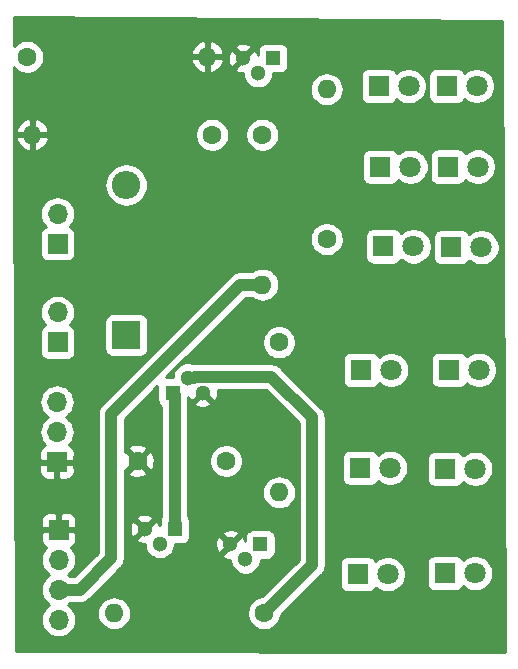
<source format=gbr>
%TF.GenerationSoftware,KiCad,Pcbnew,(5.1.0)-1*%
%TF.CreationDate,2021-11-19T17:00:51+02:00*%
%TF.ProjectId,25-station-led-alarm,32352d73-7461-4746-996f-6e2d6c65642d,rev?*%
%TF.SameCoordinates,Original*%
%TF.FileFunction,Copper,L1,Top*%
%TF.FilePolarity,Positive*%
%FSLAX46Y46*%
G04 Gerber Fmt 4.6, Leading zero omitted, Abs format (unit mm)*
G04 Created by KiCad (PCBNEW (5.1.0)-1) date 2021-11-19 17:00:51*
%MOMM*%
%LPD*%
G04 APERTURE LIST*
%TA.AperFunction,ComponentPad*%
%ADD10R,1.800000X1.800000*%
%TD*%
%TA.AperFunction,ComponentPad*%
%ADD11C,1.800000*%
%TD*%
%TA.AperFunction,ComponentPad*%
%ADD12R,1.700000X1.700000*%
%TD*%
%TA.AperFunction,ComponentPad*%
%ADD13O,1.700000X1.700000*%
%TD*%
%TA.AperFunction,ComponentPad*%
%ADD14R,1.300000X1.300000*%
%TD*%
%TA.AperFunction,ComponentPad*%
%ADD15C,1.300000*%
%TD*%
%TA.AperFunction,ComponentPad*%
%ADD16R,2.400000X2.400000*%
%TD*%
%TA.AperFunction,ComponentPad*%
%ADD17O,2.400000X2.400000*%
%TD*%
%TA.AperFunction,ComponentPad*%
%ADD18C,1.600000*%
%TD*%
%TA.AperFunction,ComponentPad*%
%ADD19O,1.600000X1.600000*%
%TD*%
%TA.AperFunction,Conductor*%
%ADD20C,1.000000*%
%TD*%
%TA.AperFunction,Conductor*%
%ADD21C,0.254000*%
%TD*%
G04 APERTURE END LIST*
D10*
%TO.P,D1,1*%
%TO.N,Net-(D1-Pad1)*%
X95105220Y-107477560D03*
D11*
%TO.P,D1,2*%
%TO.N,+5V*%
X97645220Y-107477560D03*
%TD*%
D12*
%TO.P,J1,1*%
%TO.N,GND*%
X62252860Y-145059400D03*
D13*
%TO.P,J1,2*%
%TO.N,/P2*%
X62252860Y-147599400D03*
%TO.P,J1,3*%
%TO.N,/P1*%
X62252860Y-150139400D03*
%TO.P,J1,4*%
%TO.N,N/C*%
X62252860Y-152679400D03*
%TD*%
D12*
%TO.P,J2,1*%
%TO.N,GND*%
X62113160Y-139311380D03*
D13*
%TO.P,J2,2*%
%TO.N,N/C*%
X62113160Y-136771380D03*
%TO.P,J2,3*%
%TO.N,+5V*%
X62113160Y-134231380D03*
%TD*%
D12*
%TO.P,J3,1*%
%TO.N,+5V*%
X62166500Y-129164080D03*
D13*
%TO.P,J3,2*%
%TO.N,Net-(D13-Pad1)*%
X62166500Y-126624080D03*
%TD*%
%TO.P,J4,2*%
%TO.N,Net-(D13-Pad2)*%
X62174120Y-118303040D03*
D12*
%TO.P,J4,1*%
%TO.N,Net-(D13-Pad1)*%
X62174120Y-120843040D03*
%TD*%
D14*
%TO.P,Q3,1*%
%TO.N,Net-(D13-Pad2)*%
X71912480Y-133438900D03*
D15*
%TO.P,Q3,3*%
%TO.N,GND*%
X74452480Y-133438900D03*
%TO.P,Q3,2*%
%TO.N,Net-(Q2-Pad2)*%
X73182480Y-132168900D03*
%TD*%
%TO.P,Q4,2*%
%TO.N,Net-(Q1-Pad2)*%
X70815200Y-146248120D03*
%TO.P,Q4,3*%
%TO.N,GND*%
X69545200Y-144978120D03*
D14*
%TO.P,Q4,1*%
%TO.N,Net-(D13-Pad2)*%
X72085200Y-144978120D03*
%TD*%
D10*
%TO.P,D2,1*%
%TO.N,Net-(D10-Pad1)*%
X89354660Y-107482640D03*
D11*
%TO.P,D2,2*%
%TO.N,Net-(D1-Pad1)*%
X91894660Y-107482640D03*
%TD*%
%TO.P,D3,2*%
%TO.N,+5V*%
X97746820Y-114297460D03*
D10*
%TO.P,D3,1*%
%TO.N,Net-(D3-Pad1)*%
X95206820Y-114297460D03*
%TD*%
%TO.P,D4,1*%
%TO.N,Net-(D10-Pad2)*%
X95509080Y-121132600D03*
D11*
%TO.P,D4,2*%
%TO.N,+5V*%
X98049080Y-121132600D03*
%TD*%
%TO.P,D5,2*%
%TO.N,+5V*%
X97848469Y-131500561D03*
D10*
%TO.P,D5,1*%
%TO.N,Net-(D5-Pad1)*%
X95308469Y-131500561D03*
%TD*%
%TO.P,D6,1*%
%TO.N,Net-(D11-Pad2)*%
X94973140Y-148722080D03*
D11*
%TO.P,D6,2*%
%TO.N,+5V*%
X97513140Y-148722080D03*
%TD*%
%TO.P,D7,2*%
%TO.N,+5V*%
X97538540Y-139880340D03*
D10*
%TO.P,D7,1*%
%TO.N,Net-(D12-Pad2)*%
X94998540Y-139880340D03*
%TD*%
%TO.P,D8,1*%
%TO.N,Net-(D11-Pad1)*%
X87861140Y-131521200D03*
D11*
%TO.P,D8,2*%
%TO.N,Net-(D5-Pad1)*%
X90401140Y-131521200D03*
%TD*%
D10*
%TO.P,D9,1*%
%TO.N,Net-(D10-Pad1)*%
X89499440Y-114312700D03*
D11*
%TO.P,D9,2*%
%TO.N,Net-(D3-Pad1)*%
X92039440Y-114312700D03*
%TD*%
%TO.P,D10,2*%
%TO.N,Net-(D10-Pad2)*%
X92295980Y-121053860D03*
D10*
%TO.P,D10,1*%
%TO.N,Net-(D10-Pad1)*%
X89755980Y-121053860D03*
%TD*%
D11*
%TO.P,D11,2*%
%TO.N,Net-(D11-Pad2)*%
X90124280Y-148813520D03*
D10*
%TO.P,D11,1*%
%TO.N,Net-(D11-Pad1)*%
X87584280Y-148813520D03*
%TD*%
%TO.P,D12,1*%
%TO.N,Net-(D11-Pad1)*%
X87782400Y-139801600D03*
D11*
%TO.P,D12,2*%
%TO.N,Net-(D12-Pad2)*%
X90322400Y-139801600D03*
%TD*%
D16*
%TO.P,D13,1*%
%TO.N,Net-(D13-Pad1)*%
X67972940Y-128559560D03*
D17*
%TO.P,D13,2*%
%TO.N,Net-(D13-Pad2)*%
X67972940Y-115859560D03*
%TD*%
D15*
%TO.P,Q1,2*%
%TO.N,Net-(Q1-Pad2)*%
X79136240Y-106392980D03*
%TO.P,Q1,3*%
%TO.N,GND*%
X77866240Y-105122980D03*
D14*
%TO.P,Q1,1*%
%TO.N,Net-(Q1-Pad1)*%
X80406240Y-105122980D03*
%TD*%
%TO.P,Q2,1*%
%TO.N,Net-(Q2-Pad1)*%
X79339440Y-146288760D03*
D15*
%TO.P,Q2,3*%
%TO.N,GND*%
X76799440Y-146288760D03*
%TO.P,Q2,2*%
%TO.N,Net-(Q2-Pad2)*%
X78069440Y-147558760D03*
%TD*%
D18*
%TO.P,R2,1*%
%TO.N,Net-(Q1-Pad2)*%
X75265280Y-111597440D03*
D19*
%TO.P,R2,2*%
%TO.N,GND*%
X60025280Y-111597440D03*
%TD*%
D18*
%TO.P,R3,1*%
%TO.N,Net-(D11-Pad1)*%
X80921860Y-129179320D03*
D19*
%TO.P,R3,2*%
%TO.N,Net-(Q2-Pad1)*%
X80921860Y-141879320D03*
%TD*%
D18*
%TO.P,R4,1*%
%TO.N,Net-(Q1-Pad2)*%
X79504540Y-111589820D03*
D19*
%TO.P,R4,2*%
%TO.N,/P1*%
X79504540Y-124289820D03*
%TD*%
%TO.P,R5,2*%
%TO.N,/P2*%
X66946780Y-152115520D03*
D18*
%TO.P,R5,1*%
%TO.N,Net-(Q2-Pad2)*%
X79646780Y-152115520D03*
%TD*%
D19*
%TO.P,R6,2*%
%TO.N,Net-(Q1-Pad1)*%
X84940140Y-107749340D03*
D18*
%TO.P,R6,1*%
%TO.N,Net-(D10-Pad1)*%
X84940140Y-120449340D03*
%TD*%
D19*
%TO.P,R7,2*%
%TO.N,GND*%
X74838560Y-104993440D03*
D18*
%TO.P,R7,1*%
%TO.N,Net-(Q2-Pad2)*%
X59598560Y-104993440D03*
%TD*%
%TO.P,C3,1*%
%TO.N,GND*%
X68940680Y-139214860D03*
%TO.P,C3,2*%
%TO.N,+5V*%
X76440680Y-139214860D03*
%TD*%
D20*
%TO.N,Net-(Q2-Pad2)*%
X73804479Y-132088899D02*
X80270359Y-132088899D01*
X73182480Y-132168900D02*
X73724478Y-132168900D01*
X73724478Y-132168900D02*
X73804479Y-132088899D01*
X80270359Y-132088899D02*
X83718400Y-135536940D01*
X83718400Y-148043900D02*
X79646780Y-152115520D01*
X83718400Y-135536940D02*
X83718400Y-148043900D01*
%TO.N,/P1*%
X77619860Y-124289820D02*
X79504540Y-124289820D01*
X66705480Y-135204200D02*
X77619860Y-124289820D01*
X66705480Y-147443339D02*
X66705480Y-135204200D01*
X64027199Y-150121620D02*
X66705480Y-147443339D01*
X62252860Y-150139400D02*
X62270640Y-150121620D01*
X62270640Y-150121620D02*
X64027199Y-150121620D01*
%TO.N,Net-(D13-Pad2)*%
X72085200Y-133611620D02*
X71912480Y-133438900D01*
X72085200Y-144978120D02*
X72085200Y-133611620D01*
%TD*%
D21*
%TO.N,GND*%
G36*
X99834028Y-101986726D02*
G01*
X100022379Y-155354235D01*
X99962475Y-155354680D01*
X99935364Y-155357554D01*
X58626810Y-155340432D01*
X58603277Y-147599400D01*
X60760675Y-147599400D01*
X60789347Y-147890511D01*
X60874261Y-148170434D01*
X61012154Y-148428414D01*
X61197726Y-148654534D01*
X61423846Y-148840106D01*
X61478651Y-148869400D01*
X61423846Y-148898694D01*
X61197726Y-149084266D01*
X61012154Y-149310386D01*
X60874261Y-149568366D01*
X60789347Y-149848289D01*
X60760675Y-150139400D01*
X60789347Y-150430511D01*
X60874261Y-150710434D01*
X61012154Y-150968414D01*
X61197726Y-151194534D01*
X61423846Y-151380106D01*
X61478651Y-151409400D01*
X61423846Y-151438694D01*
X61197726Y-151624266D01*
X61012154Y-151850386D01*
X60874261Y-152108366D01*
X60789347Y-152388289D01*
X60760675Y-152679400D01*
X60789347Y-152970511D01*
X60874261Y-153250434D01*
X61012154Y-153508414D01*
X61197726Y-153734534D01*
X61423846Y-153920106D01*
X61681826Y-154057999D01*
X61961749Y-154142913D01*
X62179910Y-154164400D01*
X62325810Y-154164400D01*
X62543971Y-154142913D01*
X62823894Y-154057999D01*
X63081874Y-153920106D01*
X63307994Y-153734534D01*
X63493566Y-153508414D01*
X63631459Y-153250434D01*
X63716373Y-152970511D01*
X63745045Y-152679400D01*
X63716373Y-152388289D01*
X63633630Y-152115520D01*
X65504837Y-152115520D01*
X65532544Y-152396829D01*
X65614598Y-152667328D01*
X65747848Y-152916621D01*
X65927172Y-153135128D01*
X66145679Y-153314452D01*
X66394972Y-153447702D01*
X66665471Y-153529756D01*
X66876288Y-153550520D01*
X67017272Y-153550520D01*
X67228089Y-153529756D01*
X67498588Y-153447702D01*
X67747881Y-153314452D01*
X67966388Y-153135128D01*
X68145712Y-152916621D01*
X68278962Y-152667328D01*
X68361016Y-152396829D01*
X68388723Y-152115520D01*
X68361016Y-151834211D01*
X68278962Y-151563712D01*
X68145712Y-151314419D01*
X67966388Y-151095912D01*
X67747881Y-150916588D01*
X67498588Y-150783338D01*
X67228089Y-150701284D01*
X67017272Y-150680520D01*
X66876288Y-150680520D01*
X66665471Y-150701284D01*
X66394972Y-150783338D01*
X66145679Y-150916588D01*
X65927172Y-151095912D01*
X65747848Y-151314419D01*
X65614598Y-151563712D01*
X65532544Y-151834211D01*
X65504837Y-152115520D01*
X63633630Y-152115520D01*
X63631459Y-152108366D01*
X63493566Y-151850386D01*
X63307994Y-151624266D01*
X63081874Y-151438694D01*
X63027069Y-151409400D01*
X63081874Y-151380106D01*
X63232342Y-151256620D01*
X63971448Y-151256620D01*
X64027199Y-151262111D01*
X64082950Y-151256620D01*
X64082951Y-151256620D01*
X64249698Y-151240197D01*
X64463646Y-151175296D01*
X64660822Y-151069904D01*
X64833648Y-150928069D01*
X64869195Y-150884755D01*
X67468621Y-148285330D01*
X67511929Y-148249788D01*
X67653764Y-148076962D01*
X67759156Y-147879786D01*
X67824057Y-147665838D01*
X67840480Y-147499091D01*
X67840480Y-147499082D01*
X67845970Y-147443340D01*
X67840480Y-147387598D01*
X67840480Y-145054575D01*
X68256248Y-145054575D01*
X68295930Y-145304569D01*
X68383622Y-145542016D01*
X68430999Y-145630654D01*
X68659673Y-145684042D01*
X69365595Y-144978120D01*
X68659673Y-144272198D01*
X68430999Y-144325586D01*
X68325105Y-144555494D01*
X68266098Y-144801644D01*
X68256248Y-145054575D01*
X67840480Y-145054575D01*
X67840480Y-144092593D01*
X68839278Y-144092593D01*
X69545200Y-144798515D01*
X70251122Y-144092593D01*
X70197734Y-143863919D01*
X69967826Y-143758025D01*
X69721676Y-143699018D01*
X69468745Y-143689168D01*
X69218751Y-143728850D01*
X68981304Y-143816542D01*
X68892666Y-143863919D01*
X68839278Y-144092593D01*
X67840480Y-144092593D01*
X67840480Y-140207562D01*
X68127583Y-140207562D01*
X68199166Y-140451531D01*
X68454676Y-140572431D01*
X68728864Y-140641160D01*
X69011192Y-140655077D01*
X69290810Y-140613647D01*
X69556972Y-140518463D01*
X69682194Y-140451531D01*
X69753777Y-140207562D01*
X68940680Y-139394465D01*
X68127583Y-140207562D01*
X67840480Y-140207562D01*
X67840480Y-139996416D01*
X67947978Y-140027957D01*
X68761075Y-139214860D01*
X69120285Y-139214860D01*
X69933382Y-140027957D01*
X70177351Y-139956374D01*
X70298251Y-139700864D01*
X70366980Y-139426676D01*
X70380897Y-139144348D01*
X70339467Y-138864730D01*
X70244283Y-138598568D01*
X70177351Y-138473346D01*
X69933382Y-138401763D01*
X69120285Y-139214860D01*
X68761075Y-139214860D01*
X67947978Y-138401763D01*
X67840480Y-138433304D01*
X67840480Y-138222158D01*
X68127583Y-138222158D01*
X68940680Y-139035255D01*
X69753777Y-138222158D01*
X69682194Y-137978189D01*
X69426684Y-137857289D01*
X69152496Y-137788560D01*
X68870168Y-137774643D01*
X68590550Y-137816073D01*
X68324388Y-137911257D01*
X68199166Y-137978189D01*
X68127583Y-138222158D01*
X67840480Y-138222158D01*
X67840480Y-135674331D01*
X70624408Y-132890403D01*
X70624408Y-134088900D01*
X70636668Y-134213382D01*
X70672978Y-134333080D01*
X70731943Y-134443394D01*
X70811295Y-134540085D01*
X70907986Y-134619437D01*
X70950201Y-134642002D01*
X70950200Y-143918139D01*
X70904663Y-143973626D01*
X70845698Y-144083940D01*
X70809388Y-144203638D01*
X70797128Y-144328120D01*
X70797128Y-144668416D01*
X70794470Y-144651671D01*
X70706778Y-144414224D01*
X70659401Y-144325586D01*
X70430727Y-144272198D01*
X69724805Y-144978120D01*
X69738948Y-144992263D01*
X69559343Y-145171868D01*
X69545200Y-145157725D01*
X68839278Y-145863647D01*
X68892666Y-146092321D01*
X69122574Y-146198215D01*
X69368724Y-146257222D01*
X69530200Y-146263510D01*
X69530200Y-146374681D01*
X69579581Y-146622941D01*
X69676447Y-146856796D01*
X69817075Y-147067260D01*
X69996060Y-147246245D01*
X70206524Y-147386873D01*
X70440379Y-147483739D01*
X70688639Y-147533120D01*
X70941761Y-147533120D01*
X71190021Y-147483739D01*
X71423876Y-147386873D01*
X71634340Y-147246245D01*
X71706298Y-147174287D01*
X76093518Y-147174287D01*
X76146906Y-147402961D01*
X76376814Y-147508855D01*
X76622964Y-147567862D01*
X76784440Y-147574150D01*
X76784440Y-147685321D01*
X76833821Y-147933581D01*
X76930687Y-148167436D01*
X77071315Y-148377900D01*
X77250300Y-148556885D01*
X77460764Y-148697513D01*
X77694619Y-148794379D01*
X77942879Y-148843760D01*
X78196001Y-148843760D01*
X78444261Y-148794379D01*
X78678116Y-148697513D01*
X78888580Y-148556885D01*
X79067565Y-148377900D01*
X79208193Y-148167436D01*
X79305059Y-147933581D01*
X79354440Y-147685321D01*
X79354440Y-147576832D01*
X79989440Y-147576832D01*
X80113922Y-147564572D01*
X80233620Y-147528262D01*
X80343934Y-147469297D01*
X80440625Y-147389945D01*
X80519977Y-147293254D01*
X80578942Y-147182940D01*
X80615252Y-147063242D01*
X80627512Y-146938760D01*
X80627512Y-145638760D01*
X80615252Y-145514278D01*
X80578942Y-145394580D01*
X80519977Y-145284266D01*
X80440625Y-145187575D01*
X80343934Y-145108223D01*
X80233620Y-145049258D01*
X80113922Y-145012948D01*
X79989440Y-145000688D01*
X78689440Y-145000688D01*
X78564958Y-145012948D01*
X78445260Y-145049258D01*
X78334946Y-145108223D01*
X78238255Y-145187575D01*
X78158903Y-145284266D01*
X78099938Y-145394580D01*
X78063628Y-145514278D01*
X78051368Y-145638760D01*
X78051368Y-145979056D01*
X78048710Y-145962311D01*
X77961018Y-145724864D01*
X77913641Y-145636226D01*
X77684967Y-145582838D01*
X76979045Y-146288760D01*
X76993188Y-146302903D01*
X76813583Y-146482508D01*
X76799440Y-146468365D01*
X76093518Y-147174287D01*
X71706298Y-147174287D01*
X71813325Y-147067260D01*
X71953953Y-146856796D01*
X72050819Y-146622941D01*
X72100200Y-146374681D01*
X72100200Y-146365215D01*
X75510488Y-146365215D01*
X75550170Y-146615209D01*
X75637862Y-146852656D01*
X75685239Y-146941294D01*
X75913913Y-146994682D01*
X76619835Y-146288760D01*
X75913913Y-145582838D01*
X75685239Y-145636226D01*
X75579345Y-145866134D01*
X75520338Y-146112284D01*
X75510488Y-146365215D01*
X72100200Y-146365215D01*
X72100200Y-146266192D01*
X72735200Y-146266192D01*
X72859682Y-146253932D01*
X72979380Y-146217622D01*
X73089694Y-146158657D01*
X73186385Y-146079305D01*
X73265737Y-145982614D01*
X73324702Y-145872300D01*
X73361012Y-145752602D01*
X73373272Y-145628120D01*
X73373272Y-145403233D01*
X76093518Y-145403233D01*
X76799440Y-146109155D01*
X77505362Y-145403233D01*
X77451974Y-145174559D01*
X77222066Y-145068665D01*
X76975916Y-145009658D01*
X76722985Y-144999808D01*
X76472991Y-145039490D01*
X76235544Y-145127182D01*
X76146906Y-145174559D01*
X76093518Y-145403233D01*
X73373272Y-145403233D01*
X73373272Y-144328120D01*
X73361012Y-144203638D01*
X73324702Y-144083940D01*
X73265737Y-143973626D01*
X73220200Y-143918139D01*
X73220200Y-141879320D01*
X79479917Y-141879320D01*
X79507624Y-142160629D01*
X79589678Y-142431128D01*
X79722928Y-142680421D01*
X79902252Y-142898928D01*
X80120759Y-143078252D01*
X80370052Y-143211502D01*
X80640551Y-143293556D01*
X80851368Y-143314320D01*
X80992352Y-143314320D01*
X81203169Y-143293556D01*
X81473668Y-143211502D01*
X81722961Y-143078252D01*
X81941468Y-142898928D01*
X82120792Y-142680421D01*
X82254042Y-142431128D01*
X82336096Y-142160629D01*
X82363803Y-141879320D01*
X82336096Y-141598011D01*
X82254042Y-141327512D01*
X82120792Y-141078219D01*
X81941468Y-140859712D01*
X81722961Y-140680388D01*
X81473668Y-140547138D01*
X81203169Y-140465084D01*
X80992352Y-140444320D01*
X80851368Y-140444320D01*
X80640551Y-140465084D01*
X80370052Y-140547138D01*
X80120759Y-140680388D01*
X79902252Y-140859712D01*
X79722928Y-141078219D01*
X79589678Y-141327512D01*
X79507624Y-141598011D01*
X79479917Y-141879320D01*
X73220200Y-141879320D01*
X73220200Y-139073525D01*
X75005680Y-139073525D01*
X75005680Y-139356195D01*
X75060827Y-139633434D01*
X75169000Y-139894587D01*
X75326043Y-140129619D01*
X75525921Y-140329497D01*
X75760953Y-140486540D01*
X76022106Y-140594713D01*
X76299345Y-140649860D01*
X76582015Y-140649860D01*
X76859254Y-140594713D01*
X77120407Y-140486540D01*
X77355439Y-140329497D01*
X77555317Y-140129619D01*
X77712360Y-139894587D01*
X77820533Y-139633434D01*
X77875680Y-139356195D01*
X77875680Y-139073525D01*
X77820533Y-138796286D01*
X77712360Y-138535133D01*
X77555317Y-138300101D01*
X77355439Y-138100223D01*
X77120407Y-137943180D01*
X76859254Y-137835007D01*
X76582015Y-137779860D01*
X76299345Y-137779860D01*
X76022106Y-137835007D01*
X75760953Y-137943180D01*
X75525921Y-138100223D01*
X75326043Y-138300101D01*
X75169000Y-138535133D01*
X75060827Y-138796286D01*
X75005680Y-139073525D01*
X73220200Y-139073525D01*
X73220200Y-134324427D01*
X73746558Y-134324427D01*
X73799946Y-134553101D01*
X74029854Y-134658995D01*
X74276004Y-134718002D01*
X74528935Y-134727852D01*
X74778929Y-134688170D01*
X75016376Y-134600478D01*
X75105014Y-134553101D01*
X75158402Y-134324427D01*
X74452480Y-133618505D01*
X73746558Y-134324427D01*
X73220200Y-134324427D01*
X73220200Y-133811353D01*
X73290902Y-134002796D01*
X73338279Y-134091434D01*
X73566953Y-134144822D01*
X74272875Y-133438900D01*
X74258733Y-133424758D01*
X74438338Y-133245153D01*
X74452480Y-133259295D01*
X74466623Y-133245153D01*
X74646228Y-133424758D01*
X74632085Y-133438900D01*
X75338007Y-134144822D01*
X75566681Y-134091434D01*
X75672575Y-133861526D01*
X75731582Y-133615376D01*
X75741432Y-133362445D01*
X75719440Y-133223899D01*
X79800228Y-133223899D01*
X82583400Y-136007072D01*
X82583401Y-147573767D01*
X79469499Y-150687670D01*
X79228206Y-150735667D01*
X78967053Y-150843840D01*
X78732021Y-151000883D01*
X78532143Y-151200761D01*
X78375100Y-151435793D01*
X78266927Y-151696946D01*
X78211780Y-151974185D01*
X78211780Y-152256855D01*
X78266927Y-152534094D01*
X78375100Y-152795247D01*
X78532143Y-153030279D01*
X78732021Y-153230157D01*
X78967053Y-153387200D01*
X79228206Y-153495373D01*
X79505445Y-153550520D01*
X79788115Y-153550520D01*
X80065354Y-153495373D01*
X80326507Y-153387200D01*
X80561539Y-153230157D01*
X80761417Y-153030279D01*
X80918460Y-152795247D01*
X81026633Y-152534094D01*
X81074630Y-152292801D01*
X84481541Y-148885891D01*
X84524849Y-148850349D01*
X84666684Y-148677523D01*
X84772076Y-148480347D01*
X84836977Y-148266399D01*
X84853400Y-148099652D01*
X84853400Y-148099645D01*
X84858890Y-148043901D01*
X84853400Y-147988157D01*
X84853400Y-147913520D01*
X86046208Y-147913520D01*
X86046208Y-149713520D01*
X86058468Y-149838002D01*
X86094778Y-149957700D01*
X86153743Y-150068014D01*
X86233095Y-150164705D01*
X86329786Y-150244057D01*
X86440100Y-150303022D01*
X86559798Y-150339332D01*
X86684280Y-150351592D01*
X88484280Y-150351592D01*
X88608762Y-150339332D01*
X88728460Y-150303022D01*
X88838774Y-150244057D01*
X88935465Y-150164705D01*
X89014817Y-150068014D01*
X89073782Y-149957700D01*
X89079336Y-149939393D01*
X89145775Y-150005832D01*
X89397185Y-150173819D01*
X89676537Y-150289531D01*
X89973096Y-150348520D01*
X90275464Y-150348520D01*
X90572023Y-150289531D01*
X90851375Y-150173819D01*
X91102785Y-150005832D01*
X91316592Y-149792025D01*
X91484579Y-149540615D01*
X91600291Y-149261263D01*
X91659280Y-148964704D01*
X91659280Y-148662336D01*
X91600291Y-148365777D01*
X91484579Y-148086425D01*
X91316592Y-147835015D01*
X91303657Y-147822080D01*
X93435068Y-147822080D01*
X93435068Y-149622080D01*
X93447328Y-149746562D01*
X93483638Y-149866260D01*
X93542603Y-149976574D01*
X93621955Y-150073265D01*
X93718646Y-150152617D01*
X93828960Y-150211582D01*
X93948658Y-150247892D01*
X94073140Y-150260152D01*
X95873140Y-150260152D01*
X95997622Y-150247892D01*
X96117320Y-150211582D01*
X96227634Y-150152617D01*
X96324325Y-150073265D01*
X96403677Y-149976574D01*
X96462642Y-149866260D01*
X96468196Y-149847953D01*
X96534635Y-149914392D01*
X96786045Y-150082379D01*
X97065397Y-150198091D01*
X97361956Y-150257080D01*
X97664324Y-150257080D01*
X97960883Y-150198091D01*
X98240235Y-150082379D01*
X98491645Y-149914392D01*
X98705452Y-149700585D01*
X98873439Y-149449175D01*
X98989151Y-149169823D01*
X99048140Y-148873264D01*
X99048140Y-148570896D01*
X98989151Y-148274337D01*
X98873439Y-147994985D01*
X98705452Y-147743575D01*
X98491645Y-147529768D01*
X98240235Y-147361781D01*
X97960883Y-147246069D01*
X97664324Y-147187080D01*
X97361956Y-147187080D01*
X97065397Y-147246069D01*
X96786045Y-147361781D01*
X96534635Y-147529768D01*
X96468196Y-147596207D01*
X96462642Y-147577900D01*
X96403677Y-147467586D01*
X96324325Y-147370895D01*
X96227634Y-147291543D01*
X96117320Y-147232578D01*
X95997622Y-147196268D01*
X95873140Y-147184008D01*
X94073140Y-147184008D01*
X93948658Y-147196268D01*
X93828960Y-147232578D01*
X93718646Y-147291543D01*
X93621955Y-147370895D01*
X93542603Y-147467586D01*
X93483638Y-147577900D01*
X93447328Y-147697598D01*
X93435068Y-147822080D01*
X91303657Y-147822080D01*
X91102785Y-147621208D01*
X90851375Y-147453221D01*
X90572023Y-147337509D01*
X90275464Y-147278520D01*
X89973096Y-147278520D01*
X89676537Y-147337509D01*
X89397185Y-147453221D01*
X89145775Y-147621208D01*
X89079336Y-147687647D01*
X89073782Y-147669340D01*
X89014817Y-147559026D01*
X88935465Y-147462335D01*
X88838774Y-147382983D01*
X88728460Y-147324018D01*
X88608762Y-147287708D01*
X88484280Y-147275448D01*
X86684280Y-147275448D01*
X86559798Y-147287708D01*
X86440100Y-147324018D01*
X86329786Y-147382983D01*
X86233095Y-147462335D01*
X86153743Y-147559026D01*
X86094778Y-147669340D01*
X86058468Y-147789038D01*
X86046208Y-147913520D01*
X84853400Y-147913520D01*
X84853400Y-138901600D01*
X86244328Y-138901600D01*
X86244328Y-140701600D01*
X86256588Y-140826082D01*
X86292898Y-140945780D01*
X86351863Y-141056094D01*
X86431215Y-141152785D01*
X86527906Y-141232137D01*
X86638220Y-141291102D01*
X86757918Y-141327412D01*
X86882400Y-141339672D01*
X88682400Y-141339672D01*
X88806882Y-141327412D01*
X88926580Y-141291102D01*
X89036894Y-141232137D01*
X89133585Y-141152785D01*
X89212937Y-141056094D01*
X89271902Y-140945780D01*
X89277456Y-140927473D01*
X89343895Y-140993912D01*
X89595305Y-141161899D01*
X89874657Y-141277611D01*
X90171216Y-141336600D01*
X90473584Y-141336600D01*
X90770143Y-141277611D01*
X91049495Y-141161899D01*
X91300905Y-140993912D01*
X91514712Y-140780105D01*
X91682699Y-140528695D01*
X91798411Y-140249343D01*
X91857400Y-139952784D01*
X91857400Y-139650416D01*
X91798411Y-139353857D01*
X91682699Y-139074505D01*
X91619780Y-138980340D01*
X93460468Y-138980340D01*
X93460468Y-140780340D01*
X93472728Y-140904822D01*
X93509038Y-141024520D01*
X93568003Y-141134834D01*
X93647355Y-141231525D01*
X93744046Y-141310877D01*
X93854360Y-141369842D01*
X93974058Y-141406152D01*
X94098540Y-141418412D01*
X95898540Y-141418412D01*
X96023022Y-141406152D01*
X96142720Y-141369842D01*
X96253034Y-141310877D01*
X96349725Y-141231525D01*
X96429077Y-141134834D01*
X96488042Y-141024520D01*
X96493596Y-141006213D01*
X96560035Y-141072652D01*
X96811445Y-141240639D01*
X97090797Y-141356351D01*
X97387356Y-141415340D01*
X97689724Y-141415340D01*
X97986283Y-141356351D01*
X98265635Y-141240639D01*
X98517045Y-141072652D01*
X98730852Y-140858845D01*
X98898839Y-140607435D01*
X99014551Y-140328083D01*
X99073540Y-140031524D01*
X99073540Y-139729156D01*
X99014551Y-139432597D01*
X98898839Y-139153245D01*
X98730852Y-138901835D01*
X98517045Y-138688028D01*
X98265635Y-138520041D01*
X97986283Y-138404329D01*
X97689724Y-138345340D01*
X97387356Y-138345340D01*
X97090797Y-138404329D01*
X96811445Y-138520041D01*
X96560035Y-138688028D01*
X96493596Y-138754467D01*
X96488042Y-138736160D01*
X96429077Y-138625846D01*
X96349725Y-138529155D01*
X96253034Y-138449803D01*
X96142720Y-138390838D01*
X96023022Y-138354528D01*
X95898540Y-138342268D01*
X94098540Y-138342268D01*
X93974058Y-138354528D01*
X93854360Y-138390838D01*
X93744046Y-138449803D01*
X93647355Y-138529155D01*
X93568003Y-138625846D01*
X93509038Y-138736160D01*
X93472728Y-138855858D01*
X93460468Y-138980340D01*
X91619780Y-138980340D01*
X91514712Y-138823095D01*
X91300905Y-138609288D01*
X91049495Y-138441301D01*
X90770143Y-138325589D01*
X90473584Y-138266600D01*
X90171216Y-138266600D01*
X89874657Y-138325589D01*
X89595305Y-138441301D01*
X89343895Y-138609288D01*
X89277456Y-138675727D01*
X89271902Y-138657420D01*
X89212937Y-138547106D01*
X89133585Y-138450415D01*
X89036894Y-138371063D01*
X88926580Y-138312098D01*
X88806882Y-138275788D01*
X88682400Y-138263528D01*
X86882400Y-138263528D01*
X86757918Y-138275788D01*
X86638220Y-138312098D01*
X86527906Y-138371063D01*
X86431215Y-138450415D01*
X86351863Y-138547106D01*
X86292898Y-138657420D01*
X86256588Y-138777118D01*
X86244328Y-138901600D01*
X84853400Y-138901600D01*
X84853400Y-135592681D01*
X84858890Y-135536939D01*
X84853400Y-135481197D01*
X84853400Y-135481188D01*
X84836977Y-135314441D01*
X84772076Y-135100493D01*
X84666684Y-134903317D01*
X84524849Y-134730491D01*
X84481541Y-134694949D01*
X81112355Y-131325764D01*
X81076808Y-131282450D01*
X80903982Y-131140615D01*
X80706806Y-131035223D01*
X80492858Y-130970322D01*
X80326111Y-130953899D01*
X80326110Y-130953899D01*
X80270359Y-130948408D01*
X80214608Y-130953899D01*
X73860220Y-130953899D01*
X73804478Y-130948409D01*
X73748737Y-130953899D01*
X73748727Y-130953899D01*
X73634288Y-130965170D01*
X73557301Y-130933281D01*
X73309041Y-130883900D01*
X73055919Y-130883900D01*
X72807659Y-130933281D01*
X72573804Y-131030147D01*
X72363340Y-131170775D01*
X72184355Y-131349760D01*
X72043727Y-131560224D01*
X71946861Y-131794079D01*
X71897480Y-132042339D01*
X71897480Y-132150828D01*
X71363983Y-132150828D01*
X72893611Y-130621200D01*
X86323068Y-130621200D01*
X86323068Y-132421200D01*
X86335328Y-132545682D01*
X86371638Y-132665380D01*
X86430603Y-132775694D01*
X86509955Y-132872385D01*
X86606646Y-132951737D01*
X86716960Y-133010702D01*
X86836658Y-133047012D01*
X86961140Y-133059272D01*
X88761140Y-133059272D01*
X88885622Y-133047012D01*
X89005320Y-133010702D01*
X89115634Y-132951737D01*
X89212325Y-132872385D01*
X89291677Y-132775694D01*
X89350642Y-132665380D01*
X89356196Y-132647073D01*
X89422635Y-132713512D01*
X89674045Y-132881499D01*
X89953397Y-132997211D01*
X90249956Y-133056200D01*
X90552324Y-133056200D01*
X90848883Y-132997211D01*
X91128235Y-132881499D01*
X91379645Y-132713512D01*
X91593452Y-132499705D01*
X91761439Y-132248295D01*
X91877151Y-131968943D01*
X91936140Y-131672384D01*
X91936140Y-131370016D01*
X91877151Y-131073457D01*
X91761439Y-130794105D01*
X91632117Y-130600561D01*
X93770397Y-130600561D01*
X93770397Y-132400561D01*
X93782657Y-132525043D01*
X93818967Y-132644741D01*
X93877932Y-132755055D01*
X93957284Y-132851746D01*
X94053975Y-132931098D01*
X94164289Y-132990063D01*
X94283987Y-133026373D01*
X94408469Y-133038633D01*
X96208469Y-133038633D01*
X96332951Y-133026373D01*
X96452649Y-132990063D01*
X96562963Y-132931098D01*
X96659654Y-132851746D01*
X96739006Y-132755055D01*
X96797971Y-132644741D01*
X96803525Y-132626434D01*
X96869964Y-132692873D01*
X97121374Y-132860860D01*
X97400726Y-132976572D01*
X97697285Y-133035561D01*
X97999653Y-133035561D01*
X98296212Y-132976572D01*
X98575564Y-132860860D01*
X98826974Y-132692873D01*
X99040781Y-132479066D01*
X99208768Y-132227656D01*
X99324480Y-131948304D01*
X99383469Y-131651745D01*
X99383469Y-131349377D01*
X99324480Y-131052818D01*
X99208768Y-130773466D01*
X99040781Y-130522056D01*
X98826974Y-130308249D01*
X98575564Y-130140262D01*
X98296212Y-130024550D01*
X97999653Y-129965561D01*
X97697285Y-129965561D01*
X97400726Y-130024550D01*
X97121374Y-130140262D01*
X96869964Y-130308249D01*
X96803525Y-130374688D01*
X96797971Y-130356381D01*
X96739006Y-130246067D01*
X96659654Y-130149376D01*
X96562963Y-130070024D01*
X96452649Y-130011059D01*
X96332951Y-129974749D01*
X96208469Y-129962489D01*
X94408469Y-129962489D01*
X94283987Y-129974749D01*
X94164289Y-130011059D01*
X94053975Y-130070024D01*
X93957284Y-130149376D01*
X93877932Y-130246067D01*
X93818967Y-130356381D01*
X93782657Y-130476079D01*
X93770397Y-130600561D01*
X91632117Y-130600561D01*
X91593452Y-130542695D01*
X91379645Y-130328888D01*
X91128235Y-130160901D01*
X90848883Y-130045189D01*
X90552324Y-129986200D01*
X90249956Y-129986200D01*
X89953397Y-130045189D01*
X89674045Y-130160901D01*
X89422635Y-130328888D01*
X89356196Y-130395327D01*
X89350642Y-130377020D01*
X89291677Y-130266706D01*
X89212325Y-130170015D01*
X89115634Y-130090663D01*
X89005320Y-130031698D01*
X88885622Y-129995388D01*
X88761140Y-129983128D01*
X86961140Y-129983128D01*
X86836658Y-129995388D01*
X86716960Y-130031698D01*
X86606646Y-130090663D01*
X86509955Y-130170015D01*
X86430603Y-130266706D01*
X86371638Y-130377020D01*
X86335328Y-130496718D01*
X86323068Y-130621200D01*
X72893611Y-130621200D01*
X74476826Y-129037985D01*
X79486860Y-129037985D01*
X79486860Y-129320655D01*
X79542007Y-129597894D01*
X79650180Y-129859047D01*
X79807223Y-130094079D01*
X80007101Y-130293957D01*
X80242133Y-130451000D01*
X80503286Y-130559173D01*
X80780525Y-130614320D01*
X81063195Y-130614320D01*
X81340434Y-130559173D01*
X81601587Y-130451000D01*
X81836619Y-130293957D01*
X82036497Y-130094079D01*
X82193540Y-129859047D01*
X82301713Y-129597894D01*
X82356860Y-129320655D01*
X82356860Y-129037985D01*
X82301713Y-128760746D01*
X82193540Y-128499593D01*
X82036497Y-128264561D01*
X81836619Y-128064683D01*
X81601587Y-127907640D01*
X81340434Y-127799467D01*
X81063195Y-127744320D01*
X80780525Y-127744320D01*
X80503286Y-127799467D01*
X80242133Y-127907640D01*
X80007101Y-128064683D01*
X79807223Y-128264561D01*
X79650180Y-128499593D01*
X79542007Y-128760746D01*
X79486860Y-129037985D01*
X74476826Y-129037985D01*
X78089992Y-125424820D01*
X78625538Y-125424820D01*
X78703439Y-125488752D01*
X78952732Y-125622002D01*
X79223231Y-125704056D01*
X79434048Y-125724820D01*
X79575032Y-125724820D01*
X79785849Y-125704056D01*
X80056348Y-125622002D01*
X80305641Y-125488752D01*
X80524148Y-125309428D01*
X80703472Y-125090921D01*
X80836722Y-124841628D01*
X80918776Y-124571129D01*
X80946483Y-124289820D01*
X80918776Y-124008511D01*
X80836722Y-123738012D01*
X80703472Y-123488719D01*
X80524148Y-123270212D01*
X80305641Y-123090888D01*
X80056348Y-122957638D01*
X79785849Y-122875584D01*
X79575032Y-122854820D01*
X79434048Y-122854820D01*
X79223231Y-122875584D01*
X78952732Y-122957638D01*
X78703439Y-123090888D01*
X78625538Y-123154820D01*
X77675603Y-123154820D01*
X77619859Y-123149330D01*
X77564115Y-123154820D01*
X77564108Y-123154820D01*
X77418353Y-123169176D01*
X77397360Y-123171243D01*
X77347565Y-123186349D01*
X77183413Y-123236144D01*
X76986237Y-123341536D01*
X76813411Y-123483371D01*
X76777869Y-123526679D01*
X65942340Y-134362209D01*
X65899032Y-134397751D01*
X65757197Y-134570577D01*
X65747534Y-134588656D01*
X65651804Y-134767754D01*
X65586903Y-134981702D01*
X65564989Y-135204200D01*
X65570481Y-135259961D01*
X65570480Y-146973207D01*
X63557068Y-148986620D01*
X63189012Y-148986620D01*
X63081874Y-148898694D01*
X63027069Y-148869400D01*
X63081874Y-148840106D01*
X63307994Y-148654534D01*
X63493566Y-148428414D01*
X63631459Y-148170434D01*
X63716373Y-147890511D01*
X63745045Y-147599400D01*
X63716373Y-147308289D01*
X63631459Y-147028366D01*
X63493566Y-146770386D01*
X63307994Y-146544266D01*
X63278173Y-146519793D01*
X63347040Y-146498902D01*
X63457354Y-146439937D01*
X63554045Y-146360585D01*
X63633397Y-146263894D01*
X63692362Y-146153580D01*
X63728672Y-146033882D01*
X63740932Y-145909400D01*
X63737860Y-145345150D01*
X63579110Y-145186400D01*
X62379860Y-145186400D01*
X62379860Y-145206400D01*
X62125860Y-145206400D01*
X62125860Y-145186400D01*
X60926610Y-145186400D01*
X60767860Y-145345150D01*
X60764788Y-145909400D01*
X60777048Y-146033882D01*
X60813358Y-146153580D01*
X60872323Y-146263894D01*
X60951675Y-146360585D01*
X61048366Y-146439937D01*
X61158680Y-146498902D01*
X61227547Y-146519793D01*
X61197726Y-146544266D01*
X61012154Y-146770386D01*
X60874261Y-147028366D01*
X60789347Y-147308289D01*
X60760675Y-147599400D01*
X58603277Y-147599400D01*
X58592972Y-144209400D01*
X60764788Y-144209400D01*
X60767860Y-144773650D01*
X60926610Y-144932400D01*
X62125860Y-144932400D01*
X62125860Y-143733150D01*
X62379860Y-143733150D01*
X62379860Y-144932400D01*
X63579110Y-144932400D01*
X63737860Y-144773650D01*
X63740932Y-144209400D01*
X63728672Y-144084918D01*
X63692362Y-143965220D01*
X63633397Y-143854906D01*
X63554045Y-143758215D01*
X63457354Y-143678863D01*
X63347040Y-143619898D01*
X63227342Y-143583588D01*
X63102860Y-143571328D01*
X62538610Y-143574400D01*
X62379860Y-143733150D01*
X62125860Y-143733150D01*
X61967110Y-143574400D01*
X61402860Y-143571328D01*
X61278378Y-143583588D01*
X61158680Y-143619898D01*
X61048366Y-143678863D01*
X60951675Y-143758215D01*
X60872323Y-143854906D01*
X60813358Y-143965220D01*
X60777048Y-144084918D01*
X60764788Y-144209400D01*
X58592972Y-144209400D01*
X58580665Y-140161380D01*
X60625088Y-140161380D01*
X60637348Y-140285862D01*
X60673658Y-140405560D01*
X60732623Y-140515874D01*
X60811975Y-140612565D01*
X60908666Y-140691917D01*
X61018980Y-140750882D01*
X61138678Y-140787192D01*
X61263160Y-140799452D01*
X61827410Y-140796380D01*
X61986160Y-140637630D01*
X61986160Y-139438380D01*
X62240160Y-139438380D01*
X62240160Y-140637630D01*
X62398910Y-140796380D01*
X62963160Y-140799452D01*
X63087642Y-140787192D01*
X63207340Y-140750882D01*
X63317654Y-140691917D01*
X63414345Y-140612565D01*
X63493697Y-140515874D01*
X63552662Y-140405560D01*
X63588972Y-140285862D01*
X63601232Y-140161380D01*
X63598160Y-139597130D01*
X63439410Y-139438380D01*
X62240160Y-139438380D01*
X61986160Y-139438380D01*
X60786910Y-139438380D01*
X60628160Y-139597130D01*
X60625088Y-140161380D01*
X58580665Y-140161380D01*
X58562637Y-134231380D01*
X60620975Y-134231380D01*
X60649647Y-134522491D01*
X60734561Y-134802414D01*
X60872454Y-135060394D01*
X61058026Y-135286514D01*
X61284146Y-135472086D01*
X61338951Y-135501380D01*
X61284146Y-135530674D01*
X61058026Y-135716246D01*
X60872454Y-135942366D01*
X60734561Y-136200346D01*
X60649647Y-136480269D01*
X60620975Y-136771380D01*
X60649647Y-137062491D01*
X60734561Y-137342414D01*
X60872454Y-137600394D01*
X61058026Y-137826514D01*
X61087847Y-137850987D01*
X61018980Y-137871878D01*
X60908666Y-137930843D01*
X60811975Y-138010195D01*
X60732623Y-138106886D01*
X60673658Y-138217200D01*
X60637348Y-138336898D01*
X60625088Y-138461380D01*
X60628160Y-139025630D01*
X60786910Y-139184380D01*
X61986160Y-139184380D01*
X61986160Y-139164380D01*
X62240160Y-139164380D01*
X62240160Y-139184380D01*
X63439410Y-139184380D01*
X63598160Y-139025630D01*
X63601232Y-138461380D01*
X63588972Y-138336898D01*
X63552662Y-138217200D01*
X63493697Y-138106886D01*
X63414345Y-138010195D01*
X63317654Y-137930843D01*
X63207340Y-137871878D01*
X63138473Y-137850987D01*
X63168294Y-137826514D01*
X63353866Y-137600394D01*
X63491759Y-137342414D01*
X63576673Y-137062491D01*
X63605345Y-136771380D01*
X63576673Y-136480269D01*
X63491759Y-136200346D01*
X63353866Y-135942366D01*
X63168294Y-135716246D01*
X62942174Y-135530674D01*
X62887369Y-135501380D01*
X62942174Y-135472086D01*
X63168294Y-135286514D01*
X63353866Y-135060394D01*
X63491759Y-134802414D01*
X63576673Y-134522491D01*
X63605345Y-134231380D01*
X63576673Y-133940269D01*
X63491759Y-133660346D01*
X63353866Y-133402366D01*
X63168294Y-133176246D01*
X62942174Y-132990674D01*
X62684194Y-132852781D01*
X62404271Y-132767867D01*
X62186110Y-132746380D01*
X62040210Y-132746380D01*
X61822049Y-132767867D01*
X61542126Y-132852781D01*
X61284146Y-132990674D01*
X61058026Y-133176246D01*
X60872454Y-133402366D01*
X60734561Y-133660346D01*
X60649647Y-133940269D01*
X60620975Y-134231380D01*
X58562637Y-134231380D01*
X58539511Y-126624080D01*
X60674315Y-126624080D01*
X60702987Y-126915191D01*
X60787901Y-127195114D01*
X60925794Y-127453094D01*
X61111366Y-127679214D01*
X61141187Y-127703687D01*
X61072320Y-127724578D01*
X60962006Y-127783543D01*
X60865315Y-127862895D01*
X60785963Y-127959586D01*
X60726998Y-128069900D01*
X60690688Y-128189598D01*
X60678428Y-128314080D01*
X60678428Y-130014080D01*
X60690688Y-130138562D01*
X60726998Y-130258260D01*
X60785963Y-130368574D01*
X60865315Y-130465265D01*
X60962006Y-130544617D01*
X61072320Y-130603582D01*
X61192018Y-130639892D01*
X61316500Y-130652152D01*
X63016500Y-130652152D01*
X63140982Y-130639892D01*
X63260680Y-130603582D01*
X63370994Y-130544617D01*
X63467685Y-130465265D01*
X63547037Y-130368574D01*
X63606002Y-130258260D01*
X63642312Y-130138562D01*
X63654572Y-130014080D01*
X63654572Y-128314080D01*
X63642312Y-128189598D01*
X63606002Y-128069900D01*
X63547037Y-127959586D01*
X63467685Y-127862895D01*
X63370994Y-127783543D01*
X63260680Y-127724578D01*
X63191813Y-127703687D01*
X63221634Y-127679214D01*
X63407206Y-127453094D01*
X63457200Y-127359560D01*
X66134868Y-127359560D01*
X66134868Y-129759560D01*
X66147128Y-129884042D01*
X66183438Y-130003740D01*
X66242403Y-130114054D01*
X66321755Y-130210745D01*
X66418446Y-130290097D01*
X66528760Y-130349062D01*
X66648458Y-130385372D01*
X66772940Y-130397632D01*
X69172940Y-130397632D01*
X69297422Y-130385372D01*
X69417120Y-130349062D01*
X69527434Y-130290097D01*
X69624125Y-130210745D01*
X69703477Y-130114054D01*
X69762442Y-130003740D01*
X69798752Y-129884042D01*
X69811012Y-129759560D01*
X69811012Y-127359560D01*
X69798752Y-127235078D01*
X69762442Y-127115380D01*
X69703477Y-127005066D01*
X69624125Y-126908375D01*
X69527434Y-126829023D01*
X69417120Y-126770058D01*
X69297422Y-126733748D01*
X69172940Y-126721488D01*
X66772940Y-126721488D01*
X66648458Y-126733748D01*
X66528760Y-126770058D01*
X66418446Y-126829023D01*
X66321755Y-126908375D01*
X66242403Y-127005066D01*
X66183438Y-127115380D01*
X66147128Y-127235078D01*
X66134868Y-127359560D01*
X63457200Y-127359560D01*
X63545099Y-127195114D01*
X63630013Y-126915191D01*
X63658685Y-126624080D01*
X63630013Y-126332969D01*
X63545099Y-126053046D01*
X63407206Y-125795066D01*
X63221634Y-125568946D01*
X62995514Y-125383374D01*
X62737534Y-125245481D01*
X62457611Y-125160567D01*
X62239450Y-125139080D01*
X62093550Y-125139080D01*
X61875389Y-125160567D01*
X61595466Y-125245481D01*
X61337486Y-125383374D01*
X61111366Y-125568946D01*
X60925794Y-125795066D01*
X60787901Y-126053046D01*
X60702987Y-126332969D01*
X60674315Y-126624080D01*
X58539511Y-126624080D01*
X58514214Y-118303040D01*
X60681935Y-118303040D01*
X60710607Y-118594151D01*
X60795521Y-118874074D01*
X60933414Y-119132054D01*
X61118986Y-119358174D01*
X61148807Y-119382647D01*
X61079940Y-119403538D01*
X60969626Y-119462503D01*
X60872935Y-119541855D01*
X60793583Y-119638546D01*
X60734618Y-119748860D01*
X60698308Y-119868558D01*
X60686048Y-119993040D01*
X60686048Y-121693040D01*
X60698308Y-121817522D01*
X60734618Y-121937220D01*
X60793583Y-122047534D01*
X60872935Y-122144225D01*
X60969626Y-122223577D01*
X61079940Y-122282542D01*
X61199638Y-122318852D01*
X61324120Y-122331112D01*
X63024120Y-122331112D01*
X63148602Y-122318852D01*
X63268300Y-122282542D01*
X63378614Y-122223577D01*
X63475305Y-122144225D01*
X63554657Y-122047534D01*
X63613622Y-121937220D01*
X63649932Y-121817522D01*
X63662192Y-121693040D01*
X63662192Y-120308005D01*
X83505140Y-120308005D01*
X83505140Y-120590675D01*
X83560287Y-120867914D01*
X83668460Y-121129067D01*
X83825503Y-121364099D01*
X84025381Y-121563977D01*
X84260413Y-121721020D01*
X84521566Y-121829193D01*
X84798805Y-121884340D01*
X85081475Y-121884340D01*
X85358714Y-121829193D01*
X85619867Y-121721020D01*
X85854899Y-121563977D01*
X86054777Y-121364099D01*
X86211820Y-121129067D01*
X86319993Y-120867914D01*
X86375140Y-120590675D01*
X86375140Y-120308005D01*
X86344479Y-120153860D01*
X88217908Y-120153860D01*
X88217908Y-121953860D01*
X88230168Y-122078342D01*
X88266478Y-122198040D01*
X88325443Y-122308354D01*
X88404795Y-122405045D01*
X88501486Y-122484397D01*
X88611800Y-122543362D01*
X88731498Y-122579672D01*
X88855980Y-122591932D01*
X90655980Y-122591932D01*
X90780462Y-122579672D01*
X90900160Y-122543362D01*
X91010474Y-122484397D01*
X91107165Y-122405045D01*
X91186517Y-122308354D01*
X91245482Y-122198040D01*
X91251036Y-122179733D01*
X91317475Y-122246172D01*
X91568885Y-122414159D01*
X91848237Y-122529871D01*
X92144796Y-122588860D01*
X92447164Y-122588860D01*
X92743723Y-122529871D01*
X93023075Y-122414159D01*
X93274485Y-122246172D01*
X93488292Y-122032365D01*
X93656279Y-121780955D01*
X93771991Y-121501603D01*
X93830980Y-121205044D01*
X93830980Y-120902676D01*
X93771991Y-120606117D01*
X93656279Y-120326765D01*
X93593360Y-120232600D01*
X93971008Y-120232600D01*
X93971008Y-122032600D01*
X93983268Y-122157082D01*
X94019578Y-122276780D01*
X94078543Y-122387094D01*
X94157895Y-122483785D01*
X94254586Y-122563137D01*
X94364900Y-122622102D01*
X94484598Y-122658412D01*
X94609080Y-122670672D01*
X96409080Y-122670672D01*
X96533562Y-122658412D01*
X96653260Y-122622102D01*
X96763574Y-122563137D01*
X96860265Y-122483785D01*
X96939617Y-122387094D01*
X96998582Y-122276780D01*
X97004136Y-122258473D01*
X97070575Y-122324912D01*
X97321985Y-122492899D01*
X97601337Y-122608611D01*
X97897896Y-122667600D01*
X98200264Y-122667600D01*
X98496823Y-122608611D01*
X98776175Y-122492899D01*
X99027585Y-122324912D01*
X99241392Y-122111105D01*
X99409379Y-121859695D01*
X99525091Y-121580343D01*
X99584080Y-121283784D01*
X99584080Y-120981416D01*
X99525091Y-120684857D01*
X99409379Y-120405505D01*
X99241392Y-120154095D01*
X99027585Y-119940288D01*
X98776175Y-119772301D01*
X98496823Y-119656589D01*
X98200264Y-119597600D01*
X97897896Y-119597600D01*
X97601337Y-119656589D01*
X97321985Y-119772301D01*
X97070575Y-119940288D01*
X97004136Y-120006727D01*
X96998582Y-119988420D01*
X96939617Y-119878106D01*
X96860265Y-119781415D01*
X96763574Y-119702063D01*
X96653260Y-119643098D01*
X96533562Y-119606788D01*
X96409080Y-119594528D01*
X94609080Y-119594528D01*
X94484598Y-119606788D01*
X94364900Y-119643098D01*
X94254586Y-119702063D01*
X94157895Y-119781415D01*
X94078543Y-119878106D01*
X94019578Y-119988420D01*
X93983268Y-120108118D01*
X93971008Y-120232600D01*
X93593360Y-120232600D01*
X93488292Y-120075355D01*
X93274485Y-119861548D01*
X93023075Y-119693561D01*
X92743723Y-119577849D01*
X92447164Y-119518860D01*
X92144796Y-119518860D01*
X91848237Y-119577849D01*
X91568885Y-119693561D01*
X91317475Y-119861548D01*
X91251036Y-119927987D01*
X91245482Y-119909680D01*
X91186517Y-119799366D01*
X91107165Y-119702675D01*
X91010474Y-119623323D01*
X90900160Y-119564358D01*
X90780462Y-119528048D01*
X90655980Y-119515788D01*
X88855980Y-119515788D01*
X88731498Y-119528048D01*
X88611800Y-119564358D01*
X88501486Y-119623323D01*
X88404795Y-119702675D01*
X88325443Y-119799366D01*
X88266478Y-119909680D01*
X88230168Y-120029378D01*
X88217908Y-120153860D01*
X86344479Y-120153860D01*
X86319993Y-120030766D01*
X86211820Y-119769613D01*
X86054777Y-119534581D01*
X85854899Y-119334703D01*
X85619867Y-119177660D01*
X85358714Y-119069487D01*
X85081475Y-119014340D01*
X84798805Y-119014340D01*
X84521566Y-119069487D01*
X84260413Y-119177660D01*
X84025381Y-119334703D01*
X83825503Y-119534581D01*
X83668460Y-119769613D01*
X83560287Y-120030766D01*
X83505140Y-120308005D01*
X63662192Y-120308005D01*
X63662192Y-119993040D01*
X63649932Y-119868558D01*
X63613622Y-119748860D01*
X63554657Y-119638546D01*
X63475305Y-119541855D01*
X63378614Y-119462503D01*
X63268300Y-119403538D01*
X63199433Y-119382647D01*
X63229254Y-119358174D01*
X63414826Y-119132054D01*
X63552719Y-118874074D01*
X63637633Y-118594151D01*
X63666305Y-118303040D01*
X63637633Y-118011929D01*
X63552719Y-117732006D01*
X63414826Y-117474026D01*
X63229254Y-117247906D01*
X63003134Y-117062334D01*
X62745154Y-116924441D01*
X62465231Y-116839527D01*
X62247070Y-116818040D01*
X62101170Y-116818040D01*
X61883009Y-116839527D01*
X61603086Y-116924441D01*
X61345106Y-117062334D01*
X61118986Y-117247906D01*
X60933414Y-117474026D01*
X60795521Y-117732006D01*
X60710607Y-118011929D01*
X60681935Y-118303040D01*
X58514214Y-118303040D01*
X58506786Y-115859560D01*
X66129062Y-115859560D01*
X66164492Y-116219283D01*
X66269419Y-116565182D01*
X66439811Y-116883964D01*
X66669121Y-117163379D01*
X66948536Y-117392689D01*
X67267318Y-117563081D01*
X67613217Y-117668008D01*
X67882801Y-117694560D01*
X68063079Y-117694560D01*
X68332663Y-117668008D01*
X68678562Y-117563081D01*
X68997344Y-117392689D01*
X69276759Y-117163379D01*
X69506069Y-116883964D01*
X69676461Y-116565182D01*
X69781388Y-116219283D01*
X69816818Y-115859560D01*
X69781388Y-115499837D01*
X69676461Y-115153938D01*
X69506069Y-114835156D01*
X69276759Y-114555741D01*
X68997344Y-114326431D01*
X68678562Y-114156039D01*
X68332663Y-114051112D01*
X68063079Y-114024560D01*
X67882801Y-114024560D01*
X67613217Y-114051112D01*
X67267318Y-114156039D01*
X66948536Y-114326431D01*
X66669121Y-114555741D01*
X66439811Y-114835156D01*
X66269419Y-115153938D01*
X66164492Y-115499837D01*
X66129062Y-115859560D01*
X58506786Y-115859560D01*
X58499347Y-113412700D01*
X87961368Y-113412700D01*
X87961368Y-115212700D01*
X87973628Y-115337182D01*
X88009938Y-115456880D01*
X88068903Y-115567194D01*
X88148255Y-115663885D01*
X88244946Y-115743237D01*
X88355260Y-115802202D01*
X88474958Y-115838512D01*
X88599440Y-115850772D01*
X90399440Y-115850772D01*
X90523922Y-115838512D01*
X90643620Y-115802202D01*
X90753934Y-115743237D01*
X90850625Y-115663885D01*
X90929977Y-115567194D01*
X90988942Y-115456880D01*
X90994496Y-115438573D01*
X91060935Y-115505012D01*
X91312345Y-115672999D01*
X91591697Y-115788711D01*
X91888256Y-115847700D01*
X92190624Y-115847700D01*
X92487183Y-115788711D01*
X92766535Y-115672999D01*
X93017945Y-115505012D01*
X93231752Y-115291205D01*
X93399739Y-115039795D01*
X93515451Y-114760443D01*
X93574440Y-114463884D01*
X93574440Y-114161516D01*
X93515451Y-113864957D01*
X93399739Y-113585605D01*
X93274025Y-113397460D01*
X93668748Y-113397460D01*
X93668748Y-115197460D01*
X93681008Y-115321942D01*
X93717318Y-115441640D01*
X93776283Y-115551954D01*
X93855635Y-115648645D01*
X93952326Y-115727997D01*
X94062640Y-115786962D01*
X94182338Y-115823272D01*
X94306820Y-115835532D01*
X96106820Y-115835532D01*
X96231302Y-115823272D01*
X96351000Y-115786962D01*
X96461314Y-115727997D01*
X96558005Y-115648645D01*
X96637357Y-115551954D01*
X96696322Y-115441640D01*
X96701876Y-115423333D01*
X96768315Y-115489772D01*
X97019725Y-115657759D01*
X97299077Y-115773471D01*
X97595636Y-115832460D01*
X97898004Y-115832460D01*
X98194563Y-115773471D01*
X98473915Y-115657759D01*
X98725325Y-115489772D01*
X98939132Y-115275965D01*
X99107119Y-115024555D01*
X99222831Y-114745203D01*
X99281820Y-114448644D01*
X99281820Y-114146276D01*
X99222831Y-113849717D01*
X99107119Y-113570365D01*
X98939132Y-113318955D01*
X98725325Y-113105148D01*
X98473915Y-112937161D01*
X98194563Y-112821449D01*
X97898004Y-112762460D01*
X97595636Y-112762460D01*
X97299077Y-112821449D01*
X97019725Y-112937161D01*
X96768315Y-113105148D01*
X96701876Y-113171587D01*
X96696322Y-113153280D01*
X96637357Y-113042966D01*
X96558005Y-112946275D01*
X96461314Y-112866923D01*
X96351000Y-112807958D01*
X96231302Y-112771648D01*
X96106820Y-112759388D01*
X94306820Y-112759388D01*
X94182338Y-112771648D01*
X94062640Y-112807958D01*
X93952326Y-112866923D01*
X93855635Y-112946275D01*
X93776283Y-113042966D01*
X93717318Y-113153280D01*
X93681008Y-113272978D01*
X93668748Y-113397460D01*
X93274025Y-113397460D01*
X93231752Y-113334195D01*
X93017945Y-113120388D01*
X92766535Y-112952401D01*
X92487183Y-112836689D01*
X92190624Y-112777700D01*
X91888256Y-112777700D01*
X91591697Y-112836689D01*
X91312345Y-112952401D01*
X91060935Y-113120388D01*
X90994496Y-113186827D01*
X90988942Y-113168520D01*
X90929977Y-113058206D01*
X90850625Y-112961515D01*
X90753934Y-112882163D01*
X90643620Y-112823198D01*
X90523922Y-112786888D01*
X90399440Y-112774628D01*
X88599440Y-112774628D01*
X88474958Y-112786888D01*
X88355260Y-112823198D01*
X88244946Y-112882163D01*
X88148255Y-112961515D01*
X88068903Y-113058206D01*
X88009938Y-113168520D01*
X87973628Y-113288218D01*
X87961368Y-113412700D01*
X58499347Y-113412700D01*
X58494889Y-111946479D01*
X58633376Y-111946479D01*
X58674034Y-112080527D01*
X58794243Y-112334860D01*
X58961761Y-112560854D01*
X59170149Y-112749825D01*
X59411399Y-112894510D01*
X59676240Y-112989349D01*
X59898280Y-112868064D01*
X59898280Y-111724440D01*
X60152280Y-111724440D01*
X60152280Y-112868064D01*
X60374320Y-112989349D01*
X60639161Y-112894510D01*
X60880411Y-112749825D01*
X61088799Y-112560854D01*
X61256317Y-112334860D01*
X61376526Y-112080527D01*
X61417184Y-111946479D01*
X61295195Y-111724440D01*
X60152280Y-111724440D01*
X59898280Y-111724440D01*
X58755365Y-111724440D01*
X58633376Y-111946479D01*
X58494889Y-111946479D01*
X58492767Y-111248401D01*
X58633376Y-111248401D01*
X58755365Y-111470440D01*
X59898280Y-111470440D01*
X59898280Y-110326816D01*
X60152280Y-110326816D01*
X60152280Y-111470440D01*
X61295195Y-111470440D01*
X61303070Y-111456105D01*
X73830280Y-111456105D01*
X73830280Y-111738775D01*
X73885427Y-112016014D01*
X73993600Y-112277167D01*
X74150643Y-112512199D01*
X74350521Y-112712077D01*
X74585553Y-112869120D01*
X74846706Y-112977293D01*
X75123945Y-113032440D01*
X75406615Y-113032440D01*
X75683854Y-112977293D01*
X75945007Y-112869120D01*
X76180039Y-112712077D01*
X76379917Y-112512199D01*
X76536960Y-112277167D01*
X76645133Y-112016014D01*
X76700280Y-111738775D01*
X76700280Y-111456105D01*
X76698765Y-111448485D01*
X78069540Y-111448485D01*
X78069540Y-111731155D01*
X78124687Y-112008394D01*
X78232860Y-112269547D01*
X78389903Y-112504579D01*
X78589781Y-112704457D01*
X78824813Y-112861500D01*
X79085966Y-112969673D01*
X79363205Y-113024820D01*
X79645875Y-113024820D01*
X79923114Y-112969673D01*
X80184267Y-112861500D01*
X80419299Y-112704457D01*
X80619177Y-112504579D01*
X80776220Y-112269547D01*
X80884393Y-112008394D01*
X80939540Y-111731155D01*
X80939540Y-111448485D01*
X80884393Y-111171246D01*
X80776220Y-110910093D01*
X80619177Y-110675061D01*
X80419299Y-110475183D01*
X80184267Y-110318140D01*
X79923114Y-110209967D01*
X79645875Y-110154820D01*
X79363205Y-110154820D01*
X79085966Y-110209967D01*
X78824813Y-110318140D01*
X78589781Y-110475183D01*
X78389903Y-110675061D01*
X78232860Y-110910093D01*
X78124687Y-111171246D01*
X78069540Y-111448485D01*
X76698765Y-111448485D01*
X76645133Y-111178866D01*
X76536960Y-110917713D01*
X76379917Y-110682681D01*
X76180039Y-110482803D01*
X75945007Y-110325760D01*
X75683854Y-110217587D01*
X75406615Y-110162440D01*
X75123945Y-110162440D01*
X74846706Y-110217587D01*
X74585553Y-110325760D01*
X74350521Y-110482803D01*
X74150643Y-110682681D01*
X73993600Y-110917713D01*
X73885427Y-111178866D01*
X73830280Y-111456105D01*
X61303070Y-111456105D01*
X61417184Y-111248401D01*
X61376526Y-111114353D01*
X61256317Y-110860020D01*
X61088799Y-110634026D01*
X60880411Y-110445055D01*
X60639161Y-110300370D01*
X60374320Y-110205531D01*
X60152280Y-110326816D01*
X59898280Y-110326816D01*
X59676240Y-110205531D01*
X59411399Y-110300370D01*
X59170149Y-110445055D01*
X58961761Y-110634026D01*
X58794243Y-110860020D01*
X58674034Y-111114353D01*
X58633376Y-111248401D01*
X58492767Y-111248401D01*
X58482130Y-107749340D01*
X83498197Y-107749340D01*
X83525904Y-108030649D01*
X83607958Y-108301148D01*
X83741208Y-108550441D01*
X83920532Y-108768948D01*
X84139039Y-108948272D01*
X84388332Y-109081522D01*
X84658831Y-109163576D01*
X84869648Y-109184340D01*
X85010632Y-109184340D01*
X85221449Y-109163576D01*
X85491948Y-109081522D01*
X85741241Y-108948272D01*
X85959748Y-108768948D01*
X86139072Y-108550441D01*
X86272322Y-108301148D01*
X86354376Y-108030649D01*
X86382083Y-107749340D01*
X86354376Y-107468031D01*
X86272322Y-107197532D01*
X86139072Y-106948239D01*
X85959748Y-106729732D01*
X85780516Y-106582640D01*
X87816588Y-106582640D01*
X87816588Y-108382640D01*
X87828848Y-108507122D01*
X87865158Y-108626820D01*
X87924123Y-108737134D01*
X88003475Y-108833825D01*
X88100166Y-108913177D01*
X88210480Y-108972142D01*
X88330178Y-109008452D01*
X88454660Y-109020712D01*
X90254660Y-109020712D01*
X90379142Y-109008452D01*
X90498840Y-108972142D01*
X90609154Y-108913177D01*
X90705845Y-108833825D01*
X90785197Y-108737134D01*
X90844162Y-108626820D01*
X90849716Y-108608513D01*
X90916155Y-108674952D01*
X91167565Y-108842939D01*
X91446917Y-108958651D01*
X91743476Y-109017640D01*
X92045844Y-109017640D01*
X92342403Y-108958651D01*
X92621755Y-108842939D01*
X92873165Y-108674952D01*
X93086972Y-108461145D01*
X93254959Y-108209735D01*
X93370671Y-107930383D01*
X93429660Y-107633824D01*
X93429660Y-107331456D01*
X93370671Y-107034897D01*
X93254959Y-106755545D01*
X93136034Y-106577560D01*
X93567148Y-106577560D01*
X93567148Y-108377560D01*
X93579408Y-108502042D01*
X93615718Y-108621740D01*
X93674683Y-108732054D01*
X93754035Y-108828745D01*
X93850726Y-108908097D01*
X93961040Y-108967062D01*
X94080738Y-109003372D01*
X94205220Y-109015632D01*
X96005220Y-109015632D01*
X96129702Y-109003372D01*
X96249400Y-108967062D01*
X96359714Y-108908097D01*
X96456405Y-108828745D01*
X96535757Y-108732054D01*
X96594722Y-108621740D01*
X96600276Y-108603433D01*
X96666715Y-108669872D01*
X96918125Y-108837859D01*
X97197477Y-108953571D01*
X97494036Y-109012560D01*
X97796404Y-109012560D01*
X98092963Y-108953571D01*
X98372315Y-108837859D01*
X98623725Y-108669872D01*
X98837532Y-108456065D01*
X99005519Y-108204655D01*
X99121231Y-107925303D01*
X99180220Y-107628744D01*
X99180220Y-107326376D01*
X99121231Y-107029817D01*
X99005519Y-106750465D01*
X98837532Y-106499055D01*
X98623725Y-106285248D01*
X98372315Y-106117261D01*
X98092963Y-106001549D01*
X97796404Y-105942560D01*
X97494036Y-105942560D01*
X97197477Y-106001549D01*
X96918125Y-106117261D01*
X96666715Y-106285248D01*
X96600276Y-106351687D01*
X96594722Y-106333380D01*
X96535757Y-106223066D01*
X96456405Y-106126375D01*
X96359714Y-106047023D01*
X96249400Y-105988058D01*
X96129702Y-105951748D01*
X96005220Y-105939488D01*
X94205220Y-105939488D01*
X94080738Y-105951748D01*
X93961040Y-105988058D01*
X93850726Y-106047023D01*
X93754035Y-106126375D01*
X93674683Y-106223066D01*
X93615718Y-106333380D01*
X93579408Y-106453078D01*
X93567148Y-106577560D01*
X93136034Y-106577560D01*
X93086972Y-106504135D01*
X92873165Y-106290328D01*
X92621755Y-106122341D01*
X92342403Y-106006629D01*
X92045844Y-105947640D01*
X91743476Y-105947640D01*
X91446917Y-106006629D01*
X91167565Y-106122341D01*
X90916155Y-106290328D01*
X90849716Y-106356767D01*
X90844162Y-106338460D01*
X90785197Y-106228146D01*
X90705845Y-106131455D01*
X90609154Y-106052103D01*
X90498840Y-105993138D01*
X90379142Y-105956828D01*
X90254660Y-105944568D01*
X88454660Y-105944568D01*
X88330178Y-105956828D01*
X88210480Y-105993138D01*
X88100166Y-106052103D01*
X88003475Y-106131455D01*
X87924123Y-106228146D01*
X87865158Y-106338460D01*
X87828848Y-106458158D01*
X87816588Y-106582640D01*
X85780516Y-106582640D01*
X85741241Y-106550408D01*
X85491948Y-106417158D01*
X85221449Y-106335104D01*
X85010632Y-106314340D01*
X84869648Y-106314340D01*
X84658831Y-106335104D01*
X84388332Y-106417158D01*
X84139039Y-106550408D01*
X83920532Y-106729732D01*
X83741208Y-106948239D01*
X83607958Y-107197532D01*
X83525904Y-107468031D01*
X83498197Y-107749340D01*
X58482130Y-107749340D01*
X58476498Y-105897087D01*
X58483923Y-105908199D01*
X58683801Y-106108077D01*
X58918833Y-106265120D01*
X59179986Y-106373293D01*
X59457225Y-106428440D01*
X59739895Y-106428440D01*
X60017134Y-106373293D01*
X60278287Y-106265120D01*
X60513319Y-106108077D01*
X60713197Y-105908199D01*
X60870240Y-105673167D01*
X60978413Y-105412014D01*
X60992244Y-105342479D01*
X73446656Y-105342479D01*
X73487314Y-105476527D01*
X73607523Y-105730860D01*
X73775041Y-105956854D01*
X73983429Y-106145825D01*
X74224679Y-106290510D01*
X74489520Y-106385349D01*
X74711560Y-106264064D01*
X74711560Y-105120440D01*
X74965560Y-105120440D01*
X74965560Y-106264064D01*
X75187600Y-106385349D01*
X75452441Y-106290510D01*
X75693691Y-106145825D01*
X75845118Y-106008507D01*
X77160318Y-106008507D01*
X77213706Y-106237181D01*
X77443614Y-106343075D01*
X77689764Y-106402082D01*
X77851240Y-106408370D01*
X77851240Y-106519541D01*
X77900621Y-106767801D01*
X77997487Y-107001656D01*
X78138115Y-107212120D01*
X78317100Y-107391105D01*
X78527564Y-107531733D01*
X78761419Y-107628599D01*
X79009679Y-107677980D01*
X79262801Y-107677980D01*
X79511061Y-107628599D01*
X79744916Y-107531733D01*
X79955380Y-107391105D01*
X80134365Y-107212120D01*
X80274993Y-107001656D01*
X80371859Y-106767801D01*
X80421240Y-106519541D01*
X80421240Y-106411052D01*
X81056240Y-106411052D01*
X81180722Y-106398792D01*
X81300420Y-106362482D01*
X81410734Y-106303517D01*
X81507425Y-106224165D01*
X81586777Y-106127474D01*
X81645742Y-106017160D01*
X81682052Y-105897462D01*
X81694312Y-105772980D01*
X81694312Y-104472980D01*
X81682052Y-104348498D01*
X81645742Y-104228800D01*
X81586777Y-104118486D01*
X81507425Y-104021795D01*
X81410734Y-103942443D01*
X81300420Y-103883478D01*
X81180722Y-103847168D01*
X81056240Y-103834908D01*
X79756240Y-103834908D01*
X79631758Y-103847168D01*
X79512060Y-103883478D01*
X79401746Y-103942443D01*
X79305055Y-104021795D01*
X79225703Y-104118486D01*
X79166738Y-104228800D01*
X79130428Y-104348498D01*
X79118168Y-104472980D01*
X79118168Y-104813276D01*
X79115510Y-104796531D01*
X79027818Y-104559084D01*
X78980441Y-104470446D01*
X78751767Y-104417058D01*
X78045845Y-105122980D01*
X78059988Y-105137123D01*
X77880383Y-105316728D01*
X77866240Y-105302585D01*
X77160318Y-106008507D01*
X75845118Y-106008507D01*
X75902079Y-105956854D01*
X76069597Y-105730860D01*
X76189806Y-105476527D01*
X76230464Y-105342479D01*
X76151876Y-105199435D01*
X76577288Y-105199435D01*
X76616970Y-105449429D01*
X76704662Y-105686876D01*
X76752039Y-105775514D01*
X76980713Y-105828902D01*
X77686635Y-105122980D01*
X76980713Y-104417058D01*
X76752039Y-104470446D01*
X76646145Y-104700354D01*
X76587138Y-104946504D01*
X76577288Y-105199435D01*
X76151876Y-105199435D01*
X76108475Y-105120440D01*
X74965560Y-105120440D01*
X74711560Y-105120440D01*
X73568645Y-105120440D01*
X73446656Y-105342479D01*
X60992244Y-105342479D01*
X61033560Y-105134775D01*
X61033560Y-104852105D01*
X60992245Y-104644401D01*
X73446656Y-104644401D01*
X73568645Y-104866440D01*
X74711560Y-104866440D01*
X74711560Y-103722816D01*
X74965560Y-103722816D01*
X74965560Y-104866440D01*
X76108475Y-104866440D01*
X76230464Y-104644401D01*
X76189806Y-104510353D01*
X76069597Y-104256020D01*
X76055835Y-104237453D01*
X77160318Y-104237453D01*
X77866240Y-104943375D01*
X78572162Y-104237453D01*
X78518774Y-104008779D01*
X78288866Y-103902885D01*
X78042716Y-103843878D01*
X77789785Y-103834028D01*
X77539791Y-103873710D01*
X77302344Y-103961402D01*
X77213706Y-104008779D01*
X77160318Y-104237453D01*
X76055835Y-104237453D01*
X75902079Y-104030026D01*
X75693691Y-103841055D01*
X75452441Y-103696370D01*
X75187600Y-103601531D01*
X74965560Y-103722816D01*
X74711560Y-103722816D01*
X74489520Y-103601531D01*
X74224679Y-103696370D01*
X73983429Y-103841055D01*
X73775041Y-104030026D01*
X73607523Y-104256020D01*
X73487314Y-104510353D01*
X73446656Y-104644401D01*
X60992245Y-104644401D01*
X60978413Y-104574866D01*
X60870240Y-104313713D01*
X60713197Y-104078681D01*
X60513319Y-103878803D01*
X60278287Y-103721760D01*
X60017134Y-103613587D01*
X59739895Y-103558440D01*
X59457225Y-103558440D01*
X59179986Y-103613587D01*
X58918833Y-103721760D01*
X58683801Y-103878803D01*
X58483923Y-104078681D01*
X58471029Y-104097979D01*
X58463569Y-101644239D01*
X99834028Y-101986726D01*
X99834028Y-101986726D01*
G37*
X99834028Y-101986726D02*
X100022379Y-155354235D01*
X99962475Y-155354680D01*
X99935364Y-155357554D01*
X58626810Y-155340432D01*
X58603277Y-147599400D01*
X60760675Y-147599400D01*
X60789347Y-147890511D01*
X60874261Y-148170434D01*
X61012154Y-148428414D01*
X61197726Y-148654534D01*
X61423846Y-148840106D01*
X61478651Y-148869400D01*
X61423846Y-148898694D01*
X61197726Y-149084266D01*
X61012154Y-149310386D01*
X60874261Y-149568366D01*
X60789347Y-149848289D01*
X60760675Y-150139400D01*
X60789347Y-150430511D01*
X60874261Y-150710434D01*
X61012154Y-150968414D01*
X61197726Y-151194534D01*
X61423846Y-151380106D01*
X61478651Y-151409400D01*
X61423846Y-151438694D01*
X61197726Y-151624266D01*
X61012154Y-151850386D01*
X60874261Y-152108366D01*
X60789347Y-152388289D01*
X60760675Y-152679400D01*
X60789347Y-152970511D01*
X60874261Y-153250434D01*
X61012154Y-153508414D01*
X61197726Y-153734534D01*
X61423846Y-153920106D01*
X61681826Y-154057999D01*
X61961749Y-154142913D01*
X62179910Y-154164400D01*
X62325810Y-154164400D01*
X62543971Y-154142913D01*
X62823894Y-154057999D01*
X63081874Y-153920106D01*
X63307994Y-153734534D01*
X63493566Y-153508414D01*
X63631459Y-153250434D01*
X63716373Y-152970511D01*
X63745045Y-152679400D01*
X63716373Y-152388289D01*
X63633630Y-152115520D01*
X65504837Y-152115520D01*
X65532544Y-152396829D01*
X65614598Y-152667328D01*
X65747848Y-152916621D01*
X65927172Y-153135128D01*
X66145679Y-153314452D01*
X66394972Y-153447702D01*
X66665471Y-153529756D01*
X66876288Y-153550520D01*
X67017272Y-153550520D01*
X67228089Y-153529756D01*
X67498588Y-153447702D01*
X67747881Y-153314452D01*
X67966388Y-153135128D01*
X68145712Y-152916621D01*
X68278962Y-152667328D01*
X68361016Y-152396829D01*
X68388723Y-152115520D01*
X68361016Y-151834211D01*
X68278962Y-151563712D01*
X68145712Y-151314419D01*
X67966388Y-151095912D01*
X67747881Y-150916588D01*
X67498588Y-150783338D01*
X67228089Y-150701284D01*
X67017272Y-150680520D01*
X66876288Y-150680520D01*
X66665471Y-150701284D01*
X66394972Y-150783338D01*
X66145679Y-150916588D01*
X65927172Y-151095912D01*
X65747848Y-151314419D01*
X65614598Y-151563712D01*
X65532544Y-151834211D01*
X65504837Y-152115520D01*
X63633630Y-152115520D01*
X63631459Y-152108366D01*
X63493566Y-151850386D01*
X63307994Y-151624266D01*
X63081874Y-151438694D01*
X63027069Y-151409400D01*
X63081874Y-151380106D01*
X63232342Y-151256620D01*
X63971448Y-151256620D01*
X64027199Y-151262111D01*
X64082950Y-151256620D01*
X64082951Y-151256620D01*
X64249698Y-151240197D01*
X64463646Y-151175296D01*
X64660822Y-151069904D01*
X64833648Y-150928069D01*
X64869195Y-150884755D01*
X67468621Y-148285330D01*
X67511929Y-148249788D01*
X67653764Y-148076962D01*
X67759156Y-147879786D01*
X67824057Y-147665838D01*
X67840480Y-147499091D01*
X67840480Y-147499082D01*
X67845970Y-147443340D01*
X67840480Y-147387598D01*
X67840480Y-145054575D01*
X68256248Y-145054575D01*
X68295930Y-145304569D01*
X68383622Y-145542016D01*
X68430999Y-145630654D01*
X68659673Y-145684042D01*
X69365595Y-144978120D01*
X68659673Y-144272198D01*
X68430999Y-144325586D01*
X68325105Y-144555494D01*
X68266098Y-144801644D01*
X68256248Y-145054575D01*
X67840480Y-145054575D01*
X67840480Y-144092593D01*
X68839278Y-144092593D01*
X69545200Y-144798515D01*
X70251122Y-144092593D01*
X70197734Y-143863919D01*
X69967826Y-143758025D01*
X69721676Y-143699018D01*
X69468745Y-143689168D01*
X69218751Y-143728850D01*
X68981304Y-143816542D01*
X68892666Y-143863919D01*
X68839278Y-144092593D01*
X67840480Y-144092593D01*
X67840480Y-140207562D01*
X68127583Y-140207562D01*
X68199166Y-140451531D01*
X68454676Y-140572431D01*
X68728864Y-140641160D01*
X69011192Y-140655077D01*
X69290810Y-140613647D01*
X69556972Y-140518463D01*
X69682194Y-140451531D01*
X69753777Y-140207562D01*
X68940680Y-139394465D01*
X68127583Y-140207562D01*
X67840480Y-140207562D01*
X67840480Y-139996416D01*
X67947978Y-140027957D01*
X68761075Y-139214860D01*
X69120285Y-139214860D01*
X69933382Y-140027957D01*
X70177351Y-139956374D01*
X70298251Y-139700864D01*
X70366980Y-139426676D01*
X70380897Y-139144348D01*
X70339467Y-138864730D01*
X70244283Y-138598568D01*
X70177351Y-138473346D01*
X69933382Y-138401763D01*
X69120285Y-139214860D01*
X68761075Y-139214860D01*
X67947978Y-138401763D01*
X67840480Y-138433304D01*
X67840480Y-138222158D01*
X68127583Y-138222158D01*
X68940680Y-139035255D01*
X69753777Y-138222158D01*
X69682194Y-137978189D01*
X69426684Y-137857289D01*
X69152496Y-137788560D01*
X68870168Y-137774643D01*
X68590550Y-137816073D01*
X68324388Y-137911257D01*
X68199166Y-137978189D01*
X68127583Y-138222158D01*
X67840480Y-138222158D01*
X67840480Y-135674331D01*
X70624408Y-132890403D01*
X70624408Y-134088900D01*
X70636668Y-134213382D01*
X70672978Y-134333080D01*
X70731943Y-134443394D01*
X70811295Y-134540085D01*
X70907986Y-134619437D01*
X70950201Y-134642002D01*
X70950200Y-143918139D01*
X70904663Y-143973626D01*
X70845698Y-144083940D01*
X70809388Y-144203638D01*
X70797128Y-144328120D01*
X70797128Y-144668416D01*
X70794470Y-144651671D01*
X70706778Y-144414224D01*
X70659401Y-144325586D01*
X70430727Y-144272198D01*
X69724805Y-144978120D01*
X69738948Y-144992263D01*
X69559343Y-145171868D01*
X69545200Y-145157725D01*
X68839278Y-145863647D01*
X68892666Y-146092321D01*
X69122574Y-146198215D01*
X69368724Y-146257222D01*
X69530200Y-146263510D01*
X69530200Y-146374681D01*
X69579581Y-146622941D01*
X69676447Y-146856796D01*
X69817075Y-147067260D01*
X69996060Y-147246245D01*
X70206524Y-147386873D01*
X70440379Y-147483739D01*
X70688639Y-147533120D01*
X70941761Y-147533120D01*
X71190021Y-147483739D01*
X71423876Y-147386873D01*
X71634340Y-147246245D01*
X71706298Y-147174287D01*
X76093518Y-147174287D01*
X76146906Y-147402961D01*
X76376814Y-147508855D01*
X76622964Y-147567862D01*
X76784440Y-147574150D01*
X76784440Y-147685321D01*
X76833821Y-147933581D01*
X76930687Y-148167436D01*
X77071315Y-148377900D01*
X77250300Y-148556885D01*
X77460764Y-148697513D01*
X77694619Y-148794379D01*
X77942879Y-148843760D01*
X78196001Y-148843760D01*
X78444261Y-148794379D01*
X78678116Y-148697513D01*
X78888580Y-148556885D01*
X79067565Y-148377900D01*
X79208193Y-148167436D01*
X79305059Y-147933581D01*
X79354440Y-147685321D01*
X79354440Y-147576832D01*
X79989440Y-147576832D01*
X80113922Y-147564572D01*
X80233620Y-147528262D01*
X80343934Y-147469297D01*
X80440625Y-147389945D01*
X80519977Y-147293254D01*
X80578942Y-147182940D01*
X80615252Y-147063242D01*
X80627512Y-146938760D01*
X80627512Y-145638760D01*
X80615252Y-145514278D01*
X80578942Y-145394580D01*
X80519977Y-145284266D01*
X80440625Y-145187575D01*
X80343934Y-145108223D01*
X80233620Y-145049258D01*
X80113922Y-145012948D01*
X79989440Y-145000688D01*
X78689440Y-145000688D01*
X78564958Y-145012948D01*
X78445260Y-145049258D01*
X78334946Y-145108223D01*
X78238255Y-145187575D01*
X78158903Y-145284266D01*
X78099938Y-145394580D01*
X78063628Y-145514278D01*
X78051368Y-145638760D01*
X78051368Y-145979056D01*
X78048710Y-145962311D01*
X77961018Y-145724864D01*
X77913641Y-145636226D01*
X77684967Y-145582838D01*
X76979045Y-146288760D01*
X76993188Y-146302903D01*
X76813583Y-146482508D01*
X76799440Y-146468365D01*
X76093518Y-147174287D01*
X71706298Y-147174287D01*
X71813325Y-147067260D01*
X71953953Y-146856796D01*
X72050819Y-146622941D01*
X72100200Y-146374681D01*
X72100200Y-146365215D01*
X75510488Y-146365215D01*
X75550170Y-146615209D01*
X75637862Y-146852656D01*
X75685239Y-146941294D01*
X75913913Y-146994682D01*
X76619835Y-146288760D01*
X75913913Y-145582838D01*
X75685239Y-145636226D01*
X75579345Y-145866134D01*
X75520338Y-146112284D01*
X75510488Y-146365215D01*
X72100200Y-146365215D01*
X72100200Y-146266192D01*
X72735200Y-146266192D01*
X72859682Y-146253932D01*
X72979380Y-146217622D01*
X73089694Y-146158657D01*
X73186385Y-146079305D01*
X73265737Y-145982614D01*
X73324702Y-145872300D01*
X73361012Y-145752602D01*
X73373272Y-145628120D01*
X73373272Y-145403233D01*
X76093518Y-145403233D01*
X76799440Y-146109155D01*
X77505362Y-145403233D01*
X77451974Y-145174559D01*
X77222066Y-145068665D01*
X76975916Y-145009658D01*
X76722985Y-144999808D01*
X76472991Y-145039490D01*
X76235544Y-145127182D01*
X76146906Y-145174559D01*
X76093518Y-145403233D01*
X73373272Y-145403233D01*
X73373272Y-144328120D01*
X73361012Y-144203638D01*
X73324702Y-144083940D01*
X73265737Y-143973626D01*
X73220200Y-143918139D01*
X73220200Y-141879320D01*
X79479917Y-141879320D01*
X79507624Y-142160629D01*
X79589678Y-142431128D01*
X79722928Y-142680421D01*
X79902252Y-142898928D01*
X80120759Y-143078252D01*
X80370052Y-143211502D01*
X80640551Y-143293556D01*
X80851368Y-143314320D01*
X80992352Y-143314320D01*
X81203169Y-143293556D01*
X81473668Y-143211502D01*
X81722961Y-143078252D01*
X81941468Y-142898928D01*
X82120792Y-142680421D01*
X82254042Y-142431128D01*
X82336096Y-142160629D01*
X82363803Y-141879320D01*
X82336096Y-141598011D01*
X82254042Y-141327512D01*
X82120792Y-141078219D01*
X81941468Y-140859712D01*
X81722961Y-140680388D01*
X81473668Y-140547138D01*
X81203169Y-140465084D01*
X80992352Y-140444320D01*
X80851368Y-140444320D01*
X80640551Y-140465084D01*
X80370052Y-140547138D01*
X80120759Y-140680388D01*
X79902252Y-140859712D01*
X79722928Y-141078219D01*
X79589678Y-141327512D01*
X79507624Y-141598011D01*
X79479917Y-141879320D01*
X73220200Y-141879320D01*
X73220200Y-139073525D01*
X75005680Y-139073525D01*
X75005680Y-139356195D01*
X75060827Y-139633434D01*
X75169000Y-139894587D01*
X75326043Y-140129619D01*
X75525921Y-140329497D01*
X75760953Y-140486540D01*
X76022106Y-140594713D01*
X76299345Y-140649860D01*
X76582015Y-140649860D01*
X76859254Y-140594713D01*
X77120407Y-140486540D01*
X77355439Y-140329497D01*
X77555317Y-140129619D01*
X77712360Y-139894587D01*
X77820533Y-139633434D01*
X77875680Y-139356195D01*
X77875680Y-139073525D01*
X77820533Y-138796286D01*
X77712360Y-138535133D01*
X77555317Y-138300101D01*
X77355439Y-138100223D01*
X77120407Y-137943180D01*
X76859254Y-137835007D01*
X76582015Y-137779860D01*
X76299345Y-137779860D01*
X76022106Y-137835007D01*
X75760953Y-137943180D01*
X75525921Y-138100223D01*
X75326043Y-138300101D01*
X75169000Y-138535133D01*
X75060827Y-138796286D01*
X75005680Y-139073525D01*
X73220200Y-139073525D01*
X73220200Y-134324427D01*
X73746558Y-134324427D01*
X73799946Y-134553101D01*
X74029854Y-134658995D01*
X74276004Y-134718002D01*
X74528935Y-134727852D01*
X74778929Y-134688170D01*
X75016376Y-134600478D01*
X75105014Y-134553101D01*
X75158402Y-134324427D01*
X74452480Y-133618505D01*
X73746558Y-134324427D01*
X73220200Y-134324427D01*
X73220200Y-133811353D01*
X73290902Y-134002796D01*
X73338279Y-134091434D01*
X73566953Y-134144822D01*
X74272875Y-133438900D01*
X74258733Y-133424758D01*
X74438338Y-133245153D01*
X74452480Y-133259295D01*
X74466623Y-133245153D01*
X74646228Y-133424758D01*
X74632085Y-133438900D01*
X75338007Y-134144822D01*
X75566681Y-134091434D01*
X75672575Y-133861526D01*
X75731582Y-133615376D01*
X75741432Y-133362445D01*
X75719440Y-133223899D01*
X79800228Y-133223899D01*
X82583400Y-136007072D01*
X82583401Y-147573767D01*
X79469499Y-150687670D01*
X79228206Y-150735667D01*
X78967053Y-150843840D01*
X78732021Y-151000883D01*
X78532143Y-151200761D01*
X78375100Y-151435793D01*
X78266927Y-151696946D01*
X78211780Y-151974185D01*
X78211780Y-152256855D01*
X78266927Y-152534094D01*
X78375100Y-152795247D01*
X78532143Y-153030279D01*
X78732021Y-153230157D01*
X78967053Y-153387200D01*
X79228206Y-153495373D01*
X79505445Y-153550520D01*
X79788115Y-153550520D01*
X80065354Y-153495373D01*
X80326507Y-153387200D01*
X80561539Y-153230157D01*
X80761417Y-153030279D01*
X80918460Y-152795247D01*
X81026633Y-152534094D01*
X81074630Y-152292801D01*
X84481541Y-148885891D01*
X84524849Y-148850349D01*
X84666684Y-148677523D01*
X84772076Y-148480347D01*
X84836977Y-148266399D01*
X84853400Y-148099652D01*
X84853400Y-148099645D01*
X84858890Y-148043901D01*
X84853400Y-147988157D01*
X84853400Y-147913520D01*
X86046208Y-147913520D01*
X86046208Y-149713520D01*
X86058468Y-149838002D01*
X86094778Y-149957700D01*
X86153743Y-150068014D01*
X86233095Y-150164705D01*
X86329786Y-150244057D01*
X86440100Y-150303022D01*
X86559798Y-150339332D01*
X86684280Y-150351592D01*
X88484280Y-150351592D01*
X88608762Y-150339332D01*
X88728460Y-150303022D01*
X88838774Y-150244057D01*
X88935465Y-150164705D01*
X89014817Y-150068014D01*
X89073782Y-149957700D01*
X89079336Y-149939393D01*
X89145775Y-150005832D01*
X89397185Y-150173819D01*
X89676537Y-150289531D01*
X89973096Y-150348520D01*
X90275464Y-150348520D01*
X90572023Y-150289531D01*
X90851375Y-150173819D01*
X91102785Y-150005832D01*
X91316592Y-149792025D01*
X91484579Y-149540615D01*
X91600291Y-149261263D01*
X91659280Y-148964704D01*
X91659280Y-148662336D01*
X91600291Y-148365777D01*
X91484579Y-148086425D01*
X91316592Y-147835015D01*
X91303657Y-147822080D01*
X93435068Y-147822080D01*
X93435068Y-149622080D01*
X93447328Y-149746562D01*
X93483638Y-149866260D01*
X93542603Y-149976574D01*
X93621955Y-150073265D01*
X93718646Y-150152617D01*
X93828960Y-150211582D01*
X93948658Y-150247892D01*
X94073140Y-150260152D01*
X95873140Y-150260152D01*
X95997622Y-150247892D01*
X96117320Y-150211582D01*
X96227634Y-150152617D01*
X96324325Y-150073265D01*
X96403677Y-149976574D01*
X96462642Y-149866260D01*
X96468196Y-149847953D01*
X96534635Y-149914392D01*
X96786045Y-150082379D01*
X97065397Y-150198091D01*
X97361956Y-150257080D01*
X97664324Y-150257080D01*
X97960883Y-150198091D01*
X98240235Y-150082379D01*
X98491645Y-149914392D01*
X98705452Y-149700585D01*
X98873439Y-149449175D01*
X98989151Y-149169823D01*
X99048140Y-148873264D01*
X99048140Y-148570896D01*
X98989151Y-148274337D01*
X98873439Y-147994985D01*
X98705452Y-147743575D01*
X98491645Y-147529768D01*
X98240235Y-147361781D01*
X97960883Y-147246069D01*
X97664324Y-147187080D01*
X97361956Y-147187080D01*
X97065397Y-147246069D01*
X96786045Y-147361781D01*
X96534635Y-147529768D01*
X96468196Y-147596207D01*
X96462642Y-147577900D01*
X96403677Y-147467586D01*
X96324325Y-147370895D01*
X96227634Y-147291543D01*
X96117320Y-147232578D01*
X95997622Y-147196268D01*
X95873140Y-147184008D01*
X94073140Y-147184008D01*
X93948658Y-147196268D01*
X93828960Y-147232578D01*
X93718646Y-147291543D01*
X93621955Y-147370895D01*
X93542603Y-147467586D01*
X93483638Y-147577900D01*
X93447328Y-147697598D01*
X93435068Y-147822080D01*
X91303657Y-147822080D01*
X91102785Y-147621208D01*
X90851375Y-147453221D01*
X90572023Y-147337509D01*
X90275464Y-147278520D01*
X89973096Y-147278520D01*
X89676537Y-147337509D01*
X89397185Y-147453221D01*
X89145775Y-147621208D01*
X89079336Y-147687647D01*
X89073782Y-147669340D01*
X89014817Y-147559026D01*
X88935465Y-147462335D01*
X88838774Y-147382983D01*
X88728460Y-147324018D01*
X88608762Y-147287708D01*
X88484280Y-147275448D01*
X86684280Y-147275448D01*
X86559798Y-147287708D01*
X86440100Y-147324018D01*
X86329786Y-147382983D01*
X86233095Y-147462335D01*
X86153743Y-147559026D01*
X86094778Y-147669340D01*
X86058468Y-147789038D01*
X86046208Y-147913520D01*
X84853400Y-147913520D01*
X84853400Y-138901600D01*
X86244328Y-138901600D01*
X86244328Y-140701600D01*
X86256588Y-140826082D01*
X86292898Y-140945780D01*
X86351863Y-141056094D01*
X86431215Y-141152785D01*
X86527906Y-141232137D01*
X86638220Y-141291102D01*
X86757918Y-141327412D01*
X86882400Y-141339672D01*
X88682400Y-141339672D01*
X88806882Y-141327412D01*
X88926580Y-141291102D01*
X89036894Y-141232137D01*
X89133585Y-141152785D01*
X89212937Y-141056094D01*
X89271902Y-140945780D01*
X89277456Y-140927473D01*
X89343895Y-140993912D01*
X89595305Y-141161899D01*
X89874657Y-141277611D01*
X90171216Y-141336600D01*
X90473584Y-141336600D01*
X90770143Y-141277611D01*
X91049495Y-141161899D01*
X91300905Y-140993912D01*
X91514712Y-140780105D01*
X91682699Y-140528695D01*
X91798411Y-140249343D01*
X91857400Y-139952784D01*
X91857400Y-139650416D01*
X91798411Y-139353857D01*
X91682699Y-139074505D01*
X91619780Y-138980340D01*
X93460468Y-138980340D01*
X93460468Y-140780340D01*
X93472728Y-140904822D01*
X93509038Y-141024520D01*
X93568003Y-141134834D01*
X93647355Y-141231525D01*
X93744046Y-141310877D01*
X93854360Y-141369842D01*
X93974058Y-141406152D01*
X94098540Y-141418412D01*
X95898540Y-141418412D01*
X96023022Y-141406152D01*
X96142720Y-141369842D01*
X96253034Y-141310877D01*
X96349725Y-141231525D01*
X96429077Y-141134834D01*
X96488042Y-141024520D01*
X96493596Y-141006213D01*
X96560035Y-141072652D01*
X96811445Y-141240639D01*
X97090797Y-141356351D01*
X97387356Y-141415340D01*
X97689724Y-141415340D01*
X97986283Y-141356351D01*
X98265635Y-141240639D01*
X98517045Y-141072652D01*
X98730852Y-140858845D01*
X98898839Y-140607435D01*
X99014551Y-140328083D01*
X99073540Y-140031524D01*
X99073540Y-139729156D01*
X99014551Y-139432597D01*
X98898839Y-139153245D01*
X98730852Y-138901835D01*
X98517045Y-138688028D01*
X98265635Y-138520041D01*
X97986283Y-138404329D01*
X97689724Y-138345340D01*
X97387356Y-138345340D01*
X97090797Y-138404329D01*
X96811445Y-138520041D01*
X96560035Y-138688028D01*
X96493596Y-138754467D01*
X96488042Y-138736160D01*
X96429077Y-138625846D01*
X96349725Y-138529155D01*
X96253034Y-138449803D01*
X96142720Y-138390838D01*
X96023022Y-138354528D01*
X95898540Y-138342268D01*
X94098540Y-138342268D01*
X93974058Y-138354528D01*
X93854360Y-138390838D01*
X93744046Y-138449803D01*
X93647355Y-138529155D01*
X93568003Y-138625846D01*
X93509038Y-138736160D01*
X93472728Y-138855858D01*
X93460468Y-138980340D01*
X91619780Y-138980340D01*
X91514712Y-138823095D01*
X91300905Y-138609288D01*
X91049495Y-138441301D01*
X90770143Y-138325589D01*
X90473584Y-138266600D01*
X90171216Y-138266600D01*
X89874657Y-138325589D01*
X89595305Y-138441301D01*
X89343895Y-138609288D01*
X89277456Y-138675727D01*
X89271902Y-138657420D01*
X89212937Y-138547106D01*
X89133585Y-138450415D01*
X89036894Y-138371063D01*
X88926580Y-138312098D01*
X88806882Y-138275788D01*
X88682400Y-138263528D01*
X86882400Y-138263528D01*
X86757918Y-138275788D01*
X86638220Y-138312098D01*
X86527906Y-138371063D01*
X86431215Y-138450415D01*
X86351863Y-138547106D01*
X86292898Y-138657420D01*
X86256588Y-138777118D01*
X86244328Y-138901600D01*
X84853400Y-138901600D01*
X84853400Y-135592681D01*
X84858890Y-135536939D01*
X84853400Y-135481197D01*
X84853400Y-135481188D01*
X84836977Y-135314441D01*
X84772076Y-135100493D01*
X84666684Y-134903317D01*
X84524849Y-134730491D01*
X84481541Y-134694949D01*
X81112355Y-131325764D01*
X81076808Y-131282450D01*
X80903982Y-131140615D01*
X80706806Y-131035223D01*
X80492858Y-130970322D01*
X80326111Y-130953899D01*
X80326110Y-130953899D01*
X80270359Y-130948408D01*
X80214608Y-130953899D01*
X73860220Y-130953899D01*
X73804478Y-130948409D01*
X73748737Y-130953899D01*
X73748727Y-130953899D01*
X73634288Y-130965170D01*
X73557301Y-130933281D01*
X73309041Y-130883900D01*
X73055919Y-130883900D01*
X72807659Y-130933281D01*
X72573804Y-131030147D01*
X72363340Y-131170775D01*
X72184355Y-131349760D01*
X72043727Y-131560224D01*
X71946861Y-131794079D01*
X71897480Y-132042339D01*
X71897480Y-132150828D01*
X71363983Y-132150828D01*
X72893611Y-130621200D01*
X86323068Y-130621200D01*
X86323068Y-132421200D01*
X86335328Y-132545682D01*
X86371638Y-132665380D01*
X86430603Y-132775694D01*
X86509955Y-132872385D01*
X86606646Y-132951737D01*
X86716960Y-133010702D01*
X86836658Y-133047012D01*
X86961140Y-133059272D01*
X88761140Y-133059272D01*
X88885622Y-133047012D01*
X89005320Y-133010702D01*
X89115634Y-132951737D01*
X89212325Y-132872385D01*
X89291677Y-132775694D01*
X89350642Y-132665380D01*
X89356196Y-132647073D01*
X89422635Y-132713512D01*
X89674045Y-132881499D01*
X89953397Y-132997211D01*
X90249956Y-133056200D01*
X90552324Y-133056200D01*
X90848883Y-132997211D01*
X91128235Y-132881499D01*
X91379645Y-132713512D01*
X91593452Y-132499705D01*
X91761439Y-132248295D01*
X91877151Y-131968943D01*
X91936140Y-131672384D01*
X91936140Y-131370016D01*
X91877151Y-131073457D01*
X91761439Y-130794105D01*
X91632117Y-130600561D01*
X93770397Y-130600561D01*
X93770397Y-132400561D01*
X93782657Y-132525043D01*
X93818967Y-132644741D01*
X93877932Y-132755055D01*
X93957284Y-132851746D01*
X94053975Y-132931098D01*
X94164289Y-132990063D01*
X94283987Y-133026373D01*
X94408469Y-133038633D01*
X96208469Y-133038633D01*
X96332951Y-133026373D01*
X96452649Y-132990063D01*
X96562963Y-132931098D01*
X96659654Y-132851746D01*
X96739006Y-132755055D01*
X96797971Y-132644741D01*
X96803525Y-132626434D01*
X96869964Y-132692873D01*
X97121374Y-132860860D01*
X97400726Y-132976572D01*
X97697285Y-133035561D01*
X97999653Y-133035561D01*
X98296212Y-132976572D01*
X98575564Y-132860860D01*
X98826974Y-132692873D01*
X99040781Y-132479066D01*
X99208768Y-132227656D01*
X99324480Y-131948304D01*
X99383469Y-131651745D01*
X99383469Y-131349377D01*
X99324480Y-131052818D01*
X99208768Y-130773466D01*
X99040781Y-130522056D01*
X98826974Y-130308249D01*
X98575564Y-130140262D01*
X98296212Y-130024550D01*
X97999653Y-129965561D01*
X97697285Y-129965561D01*
X97400726Y-130024550D01*
X97121374Y-130140262D01*
X96869964Y-130308249D01*
X96803525Y-130374688D01*
X96797971Y-130356381D01*
X96739006Y-130246067D01*
X96659654Y-130149376D01*
X96562963Y-130070024D01*
X96452649Y-130011059D01*
X96332951Y-129974749D01*
X96208469Y-129962489D01*
X94408469Y-129962489D01*
X94283987Y-129974749D01*
X94164289Y-130011059D01*
X94053975Y-130070024D01*
X93957284Y-130149376D01*
X93877932Y-130246067D01*
X93818967Y-130356381D01*
X93782657Y-130476079D01*
X93770397Y-130600561D01*
X91632117Y-130600561D01*
X91593452Y-130542695D01*
X91379645Y-130328888D01*
X91128235Y-130160901D01*
X90848883Y-130045189D01*
X90552324Y-129986200D01*
X90249956Y-129986200D01*
X89953397Y-130045189D01*
X89674045Y-130160901D01*
X89422635Y-130328888D01*
X89356196Y-130395327D01*
X89350642Y-130377020D01*
X89291677Y-130266706D01*
X89212325Y-130170015D01*
X89115634Y-130090663D01*
X89005320Y-130031698D01*
X88885622Y-129995388D01*
X88761140Y-129983128D01*
X86961140Y-129983128D01*
X86836658Y-129995388D01*
X86716960Y-130031698D01*
X86606646Y-130090663D01*
X86509955Y-130170015D01*
X86430603Y-130266706D01*
X86371638Y-130377020D01*
X86335328Y-130496718D01*
X86323068Y-130621200D01*
X72893611Y-130621200D01*
X74476826Y-129037985D01*
X79486860Y-129037985D01*
X79486860Y-129320655D01*
X79542007Y-129597894D01*
X79650180Y-129859047D01*
X79807223Y-130094079D01*
X80007101Y-130293957D01*
X80242133Y-130451000D01*
X80503286Y-130559173D01*
X80780525Y-130614320D01*
X81063195Y-130614320D01*
X81340434Y-130559173D01*
X81601587Y-130451000D01*
X81836619Y-130293957D01*
X82036497Y-130094079D01*
X82193540Y-129859047D01*
X82301713Y-129597894D01*
X82356860Y-129320655D01*
X82356860Y-129037985D01*
X82301713Y-128760746D01*
X82193540Y-128499593D01*
X82036497Y-128264561D01*
X81836619Y-128064683D01*
X81601587Y-127907640D01*
X81340434Y-127799467D01*
X81063195Y-127744320D01*
X80780525Y-127744320D01*
X80503286Y-127799467D01*
X80242133Y-127907640D01*
X80007101Y-128064683D01*
X79807223Y-128264561D01*
X79650180Y-128499593D01*
X79542007Y-128760746D01*
X79486860Y-129037985D01*
X74476826Y-129037985D01*
X78089992Y-125424820D01*
X78625538Y-125424820D01*
X78703439Y-125488752D01*
X78952732Y-125622002D01*
X79223231Y-125704056D01*
X79434048Y-125724820D01*
X79575032Y-125724820D01*
X79785849Y-125704056D01*
X80056348Y-125622002D01*
X80305641Y-125488752D01*
X80524148Y-125309428D01*
X80703472Y-125090921D01*
X80836722Y-124841628D01*
X80918776Y-124571129D01*
X80946483Y-124289820D01*
X80918776Y-124008511D01*
X80836722Y-123738012D01*
X80703472Y-123488719D01*
X80524148Y-123270212D01*
X80305641Y-123090888D01*
X80056348Y-122957638D01*
X79785849Y-122875584D01*
X79575032Y-122854820D01*
X79434048Y-122854820D01*
X79223231Y-122875584D01*
X78952732Y-122957638D01*
X78703439Y-123090888D01*
X78625538Y-123154820D01*
X77675603Y-123154820D01*
X77619859Y-123149330D01*
X77564115Y-123154820D01*
X77564108Y-123154820D01*
X77418353Y-123169176D01*
X77397360Y-123171243D01*
X77347565Y-123186349D01*
X77183413Y-123236144D01*
X76986237Y-123341536D01*
X76813411Y-123483371D01*
X76777869Y-123526679D01*
X65942340Y-134362209D01*
X65899032Y-134397751D01*
X65757197Y-134570577D01*
X65747534Y-134588656D01*
X65651804Y-134767754D01*
X65586903Y-134981702D01*
X65564989Y-135204200D01*
X65570481Y-135259961D01*
X65570480Y-146973207D01*
X63557068Y-148986620D01*
X63189012Y-148986620D01*
X63081874Y-148898694D01*
X63027069Y-148869400D01*
X63081874Y-148840106D01*
X63307994Y-148654534D01*
X63493566Y-148428414D01*
X63631459Y-148170434D01*
X63716373Y-147890511D01*
X63745045Y-147599400D01*
X63716373Y-147308289D01*
X63631459Y-147028366D01*
X63493566Y-146770386D01*
X63307994Y-146544266D01*
X63278173Y-146519793D01*
X63347040Y-146498902D01*
X63457354Y-146439937D01*
X63554045Y-146360585D01*
X63633397Y-146263894D01*
X63692362Y-146153580D01*
X63728672Y-146033882D01*
X63740932Y-145909400D01*
X63737860Y-145345150D01*
X63579110Y-145186400D01*
X62379860Y-145186400D01*
X62379860Y-145206400D01*
X62125860Y-145206400D01*
X62125860Y-145186400D01*
X60926610Y-145186400D01*
X60767860Y-145345150D01*
X60764788Y-145909400D01*
X60777048Y-146033882D01*
X60813358Y-146153580D01*
X60872323Y-146263894D01*
X60951675Y-146360585D01*
X61048366Y-146439937D01*
X61158680Y-146498902D01*
X61227547Y-146519793D01*
X61197726Y-146544266D01*
X61012154Y-146770386D01*
X60874261Y-147028366D01*
X60789347Y-147308289D01*
X60760675Y-147599400D01*
X58603277Y-147599400D01*
X58592972Y-144209400D01*
X60764788Y-144209400D01*
X60767860Y-144773650D01*
X60926610Y-144932400D01*
X62125860Y-144932400D01*
X62125860Y-143733150D01*
X62379860Y-143733150D01*
X62379860Y-144932400D01*
X63579110Y-144932400D01*
X63737860Y-144773650D01*
X63740932Y-144209400D01*
X63728672Y-144084918D01*
X63692362Y-143965220D01*
X63633397Y-143854906D01*
X63554045Y-143758215D01*
X63457354Y-143678863D01*
X63347040Y-143619898D01*
X63227342Y-143583588D01*
X63102860Y-143571328D01*
X62538610Y-143574400D01*
X62379860Y-143733150D01*
X62125860Y-143733150D01*
X61967110Y-143574400D01*
X61402860Y-143571328D01*
X61278378Y-143583588D01*
X61158680Y-143619898D01*
X61048366Y-143678863D01*
X60951675Y-143758215D01*
X60872323Y-143854906D01*
X60813358Y-143965220D01*
X60777048Y-144084918D01*
X60764788Y-144209400D01*
X58592972Y-144209400D01*
X58580665Y-140161380D01*
X60625088Y-140161380D01*
X60637348Y-140285862D01*
X60673658Y-140405560D01*
X60732623Y-140515874D01*
X60811975Y-140612565D01*
X60908666Y-140691917D01*
X61018980Y-140750882D01*
X61138678Y-140787192D01*
X61263160Y-140799452D01*
X61827410Y-140796380D01*
X61986160Y-140637630D01*
X61986160Y-139438380D01*
X62240160Y-139438380D01*
X62240160Y-140637630D01*
X62398910Y-140796380D01*
X62963160Y-140799452D01*
X63087642Y-140787192D01*
X63207340Y-140750882D01*
X63317654Y-140691917D01*
X63414345Y-140612565D01*
X63493697Y-140515874D01*
X63552662Y-140405560D01*
X63588972Y-140285862D01*
X63601232Y-140161380D01*
X63598160Y-139597130D01*
X63439410Y-139438380D01*
X62240160Y-139438380D01*
X61986160Y-139438380D01*
X60786910Y-139438380D01*
X60628160Y-139597130D01*
X60625088Y-140161380D01*
X58580665Y-140161380D01*
X58562637Y-134231380D01*
X60620975Y-134231380D01*
X60649647Y-134522491D01*
X60734561Y-134802414D01*
X60872454Y-135060394D01*
X61058026Y-135286514D01*
X61284146Y-135472086D01*
X61338951Y-135501380D01*
X61284146Y-135530674D01*
X61058026Y-135716246D01*
X60872454Y-135942366D01*
X60734561Y-136200346D01*
X60649647Y-136480269D01*
X60620975Y-136771380D01*
X60649647Y-137062491D01*
X60734561Y-137342414D01*
X60872454Y-137600394D01*
X61058026Y-137826514D01*
X61087847Y-137850987D01*
X61018980Y-137871878D01*
X60908666Y-137930843D01*
X60811975Y-138010195D01*
X60732623Y-138106886D01*
X60673658Y-138217200D01*
X60637348Y-138336898D01*
X60625088Y-138461380D01*
X60628160Y-139025630D01*
X60786910Y-139184380D01*
X61986160Y-139184380D01*
X61986160Y-139164380D01*
X62240160Y-139164380D01*
X62240160Y-139184380D01*
X63439410Y-139184380D01*
X63598160Y-139025630D01*
X63601232Y-138461380D01*
X63588972Y-138336898D01*
X63552662Y-138217200D01*
X63493697Y-138106886D01*
X63414345Y-138010195D01*
X63317654Y-137930843D01*
X63207340Y-137871878D01*
X63138473Y-137850987D01*
X63168294Y-137826514D01*
X63353866Y-137600394D01*
X63491759Y-137342414D01*
X63576673Y-137062491D01*
X63605345Y-136771380D01*
X63576673Y-136480269D01*
X63491759Y-136200346D01*
X63353866Y-135942366D01*
X63168294Y-135716246D01*
X62942174Y-135530674D01*
X62887369Y-135501380D01*
X62942174Y-135472086D01*
X63168294Y-135286514D01*
X63353866Y-135060394D01*
X63491759Y-134802414D01*
X63576673Y-134522491D01*
X63605345Y-134231380D01*
X63576673Y-133940269D01*
X63491759Y-133660346D01*
X63353866Y-133402366D01*
X63168294Y-133176246D01*
X62942174Y-132990674D01*
X62684194Y-132852781D01*
X62404271Y-132767867D01*
X62186110Y-132746380D01*
X62040210Y-132746380D01*
X61822049Y-132767867D01*
X61542126Y-132852781D01*
X61284146Y-132990674D01*
X61058026Y-133176246D01*
X60872454Y-133402366D01*
X60734561Y-133660346D01*
X60649647Y-133940269D01*
X60620975Y-134231380D01*
X58562637Y-134231380D01*
X58539511Y-126624080D01*
X60674315Y-126624080D01*
X60702987Y-126915191D01*
X60787901Y-127195114D01*
X60925794Y-127453094D01*
X61111366Y-127679214D01*
X61141187Y-127703687D01*
X61072320Y-127724578D01*
X60962006Y-127783543D01*
X60865315Y-127862895D01*
X60785963Y-127959586D01*
X60726998Y-128069900D01*
X60690688Y-128189598D01*
X60678428Y-128314080D01*
X60678428Y-130014080D01*
X60690688Y-130138562D01*
X60726998Y-130258260D01*
X60785963Y-130368574D01*
X60865315Y-130465265D01*
X60962006Y-130544617D01*
X61072320Y-130603582D01*
X61192018Y-130639892D01*
X61316500Y-130652152D01*
X63016500Y-130652152D01*
X63140982Y-130639892D01*
X63260680Y-130603582D01*
X63370994Y-130544617D01*
X63467685Y-130465265D01*
X63547037Y-130368574D01*
X63606002Y-130258260D01*
X63642312Y-130138562D01*
X63654572Y-130014080D01*
X63654572Y-128314080D01*
X63642312Y-128189598D01*
X63606002Y-128069900D01*
X63547037Y-127959586D01*
X63467685Y-127862895D01*
X63370994Y-127783543D01*
X63260680Y-127724578D01*
X63191813Y-127703687D01*
X63221634Y-127679214D01*
X63407206Y-127453094D01*
X63457200Y-127359560D01*
X66134868Y-127359560D01*
X66134868Y-129759560D01*
X66147128Y-129884042D01*
X66183438Y-130003740D01*
X66242403Y-130114054D01*
X66321755Y-130210745D01*
X66418446Y-130290097D01*
X66528760Y-130349062D01*
X66648458Y-130385372D01*
X66772940Y-130397632D01*
X69172940Y-130397632D01*
X69297422Y-130385372D01*
X69417120Y-130349062D01*
X69527434Y-130290097D01*
X69624125Y-130210745D01*
X69703477Y-130114054D01*
X69762442Y-130003740D01*
X69798752Y-129884042D01*
X69811012Y-129759560D01*
X69811012Y-127359560D01*
X69798752Y-127235078D01*
X69762442Y-127115380D01*
X69703477Y-127005066D01*
X69624125Y-126908375D01*
X69527434Y-126829023D01*
X69417120Y-126770058D01*
X69297422Y-126733748D01*
X69172940Y-126721488D01*
X66772940Y-126721488D01*
X66648458Y-126733748D01*
X66528760Y-126770058D01*
X66418446Y-126829023D01*
X66321755Y-126908375D01*
X66242403Y-127005066D01*
X66183438Y-127115380D01*
X66147128Y-127235078D01*
X66134868Y-127359560D01*
X63457200Y-127359560D01*
X63545099Y-127195114D01*
X63630013Y-126915191D01*
X63658685Y-126624080D01*
X63630013Y-126332969D01*
X63545099Y-126053046D01*
X63407206Y-125795066D01*
X63221634Y-125568946D01*
X62995514Y-125383374D01*
X62737534Y-125245481D01*
X62457611Y-125160567D01*
X62239450Y-125139080D01*
X62093550Y-125139080D01*
X61875389Y-125160567D01*
X61595466Y-125245481D01*
X61337486Y-125383374D01*
X61111366Y-125568946D01*
X60925794Y-125795066D01*
X60787901Y-126053046D01*
X60702987Y-126332969D01*
X60674315Y-126624080D01*
X58539511Y-126624080D01*
X58514214Y-118303040D01*
X60681935Y-118303040D01*
X60710607Y-118594151D01*
X60795521Y-118874074D01*
X60933414Y-119132054D01*
X61118986Y-119358174D01*
X61148807Y-119382647D01*
X61079940Y-119403538D01*
X60969626Y-119462503D01*
X60872935Y-119541855D01*
X60793583Y-119638546D01*
X60734618Y-119748860D01*
X60698308Y-119868558D01*
X60686048Y-119993040D01*
X60686048Y-121693040D01*
X60698308Y-121817522D01*
X60734618Y-121937220D01*
X60793583Y-122047534D01*
X60872935Y-122144225D01*
X60969626Y-122223577D01*
X61079940Y-122282542D01*
X61199638Y-122318852D01*
X61324120Y-122331112D01*
X63024120Y-122331112D01*
X63148602Y-122318852D01*
X63268300Y-122282542D01*
X63378614Y-122223577D01*
X63475305Y-122144225D01*
X63554657Y-122047534D01*
X63613622Y-121937220D01*
X63649932Y-121817522D01*
X63662192Y-121693040D01*
X63662192Y-120308005D01*
X83505140Y-120308005D01*
X83505140Y-120590675D01*
X83560287Y-120867914D01*
X83668460Y-121129067D01*
X83825503Y-121364099D01*
X84025381Y-121563977D01*
X84260413Y-121721020D01*
X84521566Y-121829193D01*
X84798805Y-121884340D01*
X85081475Y-121884340D01*
X85358714Y-121829193D01*
X85619867Y-121721020D01*
X85854899Y-121563977D01*
X86054777Y-121364099D01*
X86211820Y-121129067D01*
X86319993Y-120867914D01*
X86375140Y-120590675D01*
X86375140Y-120308005D01*
X86344479Y-120153860D01*
X88217908Y-120153860D01*
X88217908Y-121953860D01*
X88230168Y-122078342D01*
X88266478Y-122198040D01*
X88325443Y-122308354D01*
X88404795Y-122405045D01*
X88501486Y-122484397D01*
X88611800Y-122543362D01*
X88731498Y-122579672D01*
X88855980Y-122591932D01*
X90655980Y-122591932D01*
X90780462Y-122579672D01*
X90900160Y-122543362D01*
X91010474Y-122484397D01*
X91107165Y-122405045D01*
X91186517Y-122308354D01*
X91245482Y-122198040D01*
X91251036Y-122179733D01*
X91317475Y-122246172D01*
X91568885Y-122414159D01*
X91848237Y-122529871D01*
X92144796Y-122588860D01*
X92447164Y-122588860D01*
X92743723Y-122529871D01*
X93023075Y-122414159D01*
X93274485Y-122246172D01*
X93488292Y-122032365D01*
X93656279Y-121780955D01*
X93771991Y-121501603D01*
X93830980Y-121205044D01*
X93830980Y-120902676D01*
X93771991Y-120606117D01*
X93656279Y-120326765D01*
X93593360Y-120232600D01*
X93971008Y-120232600D01*
X93971008Y-122032600D01*
X93983268Y-122157082D01*
X94019578Y-122276780D01*
X94078543Y-122387094D01*
X94157895Y-122483785D01*
X94254586Y-122563137D01*
X94364900Y-122622102D01*
X94484598Y-122658412D01*
X94609080Y-122670672D01*
X96409080Y-122670672D01*
X96533562Y-122658412D01*
X96653260Y-122622102D01*
X96763574Y-122563137D01*
X96860265Y-122483785D01*
X96939617Y-122387094D01*
X96998582Y-122276780D01*
X97004136Y-122258473D01*
X97070575Y-122324912D01*
X97321985Y-122492899D01*
X97601337Y-122608611D01*
X97897896Y-122667600D01*
X98200264Y-122667600D01*
X98496823Y-122608611D01*
X98776175Y-122492899D01*
X99027585Y-122324912D01*
X99241392Y-122111105D01*
X99409379Y-121859695D01*
X99525091Y-121580343D01*
X99584080Y-121283784D01*
X99584080Y-120981416D01*
X99525091Y-120684857D01*
X99409379Y-120405505D01*
X99241392Y-120154095D01*
X99027585Y-119940288D01*
X98776175Y-119772301D01*
X98496823Y-119656589D01*
X98200264Y-119597600D01*
X97897896Y-119597600D01*
X97601337Y-119656589D01*
X97321985Y-119772301D01*
X97070575Y-119940288D01*
X97004136Y-120006727D01*
X96998582Y-119988420D01*
X96939617Y-119878106D01*
X96860265Y-119781415D01*
X96763574Y-119702063D01*
X96653260Y-119643098D01*
X96533562Y-119606788D01*
X96409080Y-119594528D01*
X94609080Y-119594528D01*
X94484598Y-119606788D01*
X94364900Y-119643098D01*
X94254586Y-119702063D01*
X94157895Y-119781415D01*
X94078543Y-119878106D01*
X94019578Y-119988420D01*
X93983268Y-120108118D01*
X93971008Y-120232600D01*
X93593360Y-120232600D01*
X93488292Y-120075355D01*
X93274485Y-119861548D01*
X93023075Y-119693561D01*
X92743723Y-119577849D01*
X92447164Y-119518860D01*
X92144796Y-119518860D01*
X91848237Y-119577849D01*
X91568885Y-119693561D01*
X91317475Y-119861548D01*
X91251036Y-119927987D01*
X91245482Y-119909680D01*
X91186517Y-119799366D01*
X91107165Y-119702675D01*
X91010474Y-119623323D01*
X90900160Y-119564358D01*
X90780462Y-119528048D01*
X90655980Y-119515788D01*
X88855980Y-119515788D01*
X88731498Y-119528048D01*
X88611800Y-119564358D01*
X88501486Y-119623323D01*
X88404795Y-119702675D01*
X88325443Y-119799366D01*
X88266478Y-119909680D01*
X88230168Y-120029378D01*
X88217908Y-120153860D01*
X86344479Y-120153860D01*
X86319993Y-120030766D01*
X86211820Y-119769613D01*
X86054777Y-119534581D01*
X85854899Y-119334703D01*
X85619867Y-119177660D01*
X85358714Y-119069487D01*
X85081475Y-119014340D01*
X84798805Y-119014340D01*
X84521566Y-119069487D01*
X84260413Y-119177660D01*
X84025381Y-119334703D01*
X83825503Y-119534581D01*
X83668460Y-119769613D01*
X83560287Y-120030766D01*
X83505140Y-120308005D01*
X63662192Y-120308005D01*
X63662192Y-119993040D01*
X63649932Y-119868558D01*
X63613622Y-119748860D01*
X63554657Y-119638546D01*
X63475305Y-119541855D01*
X63378614Y-119462503D01*
X63268300Y-119403538D01*
X63199433Y-119382647D01*
X63229254Y-119358174D01*
X63414826Y-119132054D01*
X63552719Y-118874074D01*
X63637633Y-118594151D01*
X63666305Y-118303040D01*
X63637633Y-118011929D01*
X63552719Y-117732006D01*
X63414826Y-117474026D01*
X63229254Y-117247906D01*
X63003134Y-117062334D01*
X62745154Y-116924441D01*
X62465231Y-116839527D01*
X62247070Y-116818040D01*
X62101170Y-116818040D01*
X61883009Y-116839527D01*
X61603086Y-116924441D01*
X61345106Y-117062334D01*
X61118986Y-117247906D01*
X60933414Y-117474026D01*
X60795521Y-117732006D01*
X60710607Y-118011929D01*
X60681935Y-118303040D01*
X58514214Y-118303040D01*
X58506786Y-115859560D01*
X66129062Y-115859560D01*
X66164492Y-116219283D01*
X66269419Y-116565182D01*
X66439811Y-116883964D01*
X66669121Y-117163379D01*
X66948536Y-117392689D01*
X67267318Y-117563081D01*
X67613217Y-117668008D01*
X67882801Y-117694560D01*
X68063079Y-117694560D01*
X68332663Y-117668008D01*
X68678562Y-117563081D01*
X68997344Y-117392689D01*
X69276759Y-117163379D01*
X69506069Y-116883964D01*
X69676461Y-116565182D01*
X69781388Y-116219283D01*
X69816818Y-115859560D01*
X69781388Y-115499837D01*
X69676461Y-115153938D01*
X69506069Y-114835156D01*
X69276759Y-114555741D01*
X68997344Y-114326431D01*
X68678562Y-114156039D01*
X68332663Y-114051112D01*
X68063079Y-114024560D01*
X67882801Y-114024560D01*
X67613217Y-114051112D01*
X67267318Y-114156039D01*
X66948536Y-114326431D01*
X66669121Y-114555741D01*
X66439811Y-114835156D01*
X66269419Y-115153938D01*
X66164492Y-115499837D01*
X66129062Y-115859560D01*
X58506786Y-115859560D01*
X58499347Y-113412700D01*
X87961368Y-113412700D01*
X87961368Y-115212700D01*
X87973628Y-115337182D01*
X88009938Y-115456880D01*
X88068903Y-115567194D01*
X88148255Y-115663885D01*
X88244946Y-115743237D01*
X88355260Y-115802202D01*
X88474958Y-115838512D01*
X88599440Y-115850772D01*
X90399440Y-115850772D01*
X90523922Y-115838512D01*
X90643620Y-115802202D01*
X90753934Y-115743237D01*
X90850625Y-115663885D01*
X90929977Y-115567194D01*
X90988942Y-115456880D01*
X90994496Y-115438573D01*
X91060935Y-115505012D01*
X91312345Y-115672999D01*
X91591697Y-115788711D01*
X91888256Y-115847700D01*
X92190624Y-115847700D01*
X92487183Y-115788711D01*
X92766535Y-115672999D01*
X93017945Y-115505012D01*
X93231752Y-115291205D01*
X93399739Y-115039795D01*
X93515451Y-114760443D01*
X93574440Y-114463884D01*
X93574440Y-114161516D01*
X93515451Y-113864957D01*
X93399739Y-113585605D01*
X93274025Y-113397460D01*
X93668748Y-113397460D01*
X93668748Y-115197460D01*
X93681008Y-115321942D01*
X93717318Y-115441640D01*
X93776283Y-115551954D01*
X93855635Y-115648645D01*
X93952326Y-115727997D01*
X94062640Y-115786962D01*
X94182338Y-115823272D01*
X94306820Y-115835532D01*
X96106820Y-115835532D01*
X96231302Y-115823272D01*
X96351000Y-115786962D01*
X96461314Y-115727997D01*
X96558005Y-115648645D01*
X96637357Y-115551954D01*
X96696322Y-115441640D01*
X96701876Y-115423333D01*
X96768315Y-115489772D01*
X97019725Y-115657759D01*
X97299077Y-115773471D01*
X97595636Y-115832460D01*
X97898004Y-115832460D01*
X98194563Y-115773471D01*
X98473915Y-115657759D01*
X98725325Y-115489772D01*
X98939132Y-115275965D01*
X99107119Y-115024555D01*
X99222831Y-114745203D01*
X99281820Y-114448644D01*
X99281820Y-114146276D01*
X99222831Y-113849717D01*
X99107119Y-113570365D01*
X98939132Y-113318955D01*
X98725325Y-113105148D01*
X98473915Y-112937161D01*
X98194563Y-112821449D01*
X97898004Y-112762460D01*
X97595636Y-112762460D01*
X97299077Y-112821449D01*
X97019725Y-112937161D01*
X96768315Y-113105148D01*
X96701876Y-113171587D01*
X96696322Y-113153280D01*
X96637357Y-113042966D01*
X96558005Y-112946275D01*
X96461314Y-112866923D01*
X96351000Y-112807958D01*
X96231302Y-112771648D01*
X96106820Y-112759388D01*
X94306820Y-112759388D01*
X94182338Y-112771648D01*
X94062640Y-112807958D01*
X93952326Y-112866923D01*
X93855635Y-112946275D01*
X93776283Y-113042966D01*
X93717318Y-113153280D01*
X93681008Y-113272978D01*
X93668748Y-113397460D01*
X93274025Y-113397460D01*
X93231752Y-113334195D01*
X93017945Y-113120388D01*
X92766535Y-112952401D01*
X92487183Y-112836689D01*
X92190624Y-112777700D01*
X91888256Y-112777700D01*
X91591697Y-112836689D01*
X91312345Y-112952401D01*
X91060935Y-113120388D01*
X90994496Y-113186827D01*
X90988942Y-113168520D01*
X90929977Y-113058206D01*
X90850625Y-112961515D01*
X90753934Y-112882163D01*
X90643620Y-112823198D01*
X90523922Y-112786888D01*
X90399440Y-112774628D01*
X88599440Y-112774628D01*
X88474958Y-112786888D01*
X88355260Y-112823198D01*
X88244946Y-112882163D01*
X88148255Y-112961515D01*
X88068903Y-113058206D01*
X88009938Y-113168520D01*
X87973628Y-113288218D01*
X87961368Y-113412700D01*
X58499347Y-113412700D01*
X58494889Y-111946479D01*
X58633376Y-111946479D01*
X58674034Y-112080527D01*
X58794243Y-112334860D01*
X58961761Y-112560854D01*
X59170149Y-112749825D01*
X59411399Y-112894510D01*
X59676240Y-112989349D01*
X59898280Y-112868064D01*
X59898280Y-111724440D01*
X60152280Y-111724440D01*
X60152280Y-112868064D01*
X60374320Y-112989349D01*
X60639161Y-112894510D01*
X60880411Y-112749825D01*
X61088799Y-112560854D01*
X61256317Y-112334860D01*
X61376526Y-112080527D01*
X61417184Y-111946479D01*
X61295195Y-111724440D01*
X60152280Y-111724440D01*
X59898280Y-111724440D01*
X58755365Y-111724440D01*
X58633376Y-111946479D01*
X58494889Y-111946479D01*
X58492767Y-111248401D01*
X58633376Y-111248401D01*
X58755365Y-111470440D01*
X59898280Y-111470440D01*
X59898280Y-110326816D01*
X60152280Y-110326816D01*
X60152280Y-111470440D01*
X61295195Y-111470440D01*
X61303070Y-111456105D01*
X73830280Y-111456105D01*
X73830280Y-111738775D01*
X73885427Y-112016014D01*
X73993600Y-112277167D01*
X74150643Y-112512199D01*
X74350521Y-112712077D01*
X74585553Y-112869120D01*
X74846706Y-112977293D01*
X75123945Y-113032440D01*
X75406615Y-113032440D01*
X75683854Y-112977293D01*
X75945007Y-112869120D01*
X76180039Y-112712077D01*
X76379917Y-112512199D01*
X76536960Y-112277167D01*
X76645133Y-112016014D01*
X76700280Y-111738775D01*
X76700280Y-111456105D01*
X76698765Y-111448485D01*
X78069540Y-111448485D01*
X78069540Y-111731155D01*
X78124687Y-112008394D01*
X78232860Y-112269547D01*
X78389903Y-112504579D01*
X78589781Y-112704457D01*
X78824813Y-112861500D01*
X79085966Y-112969673D01*
X79363205Y-113024820D01*
X79645875Y-113024820D01*
X79923114Y-112969673D01*
X80184267Y-112861500D01*
X80419299Y-112704457D01*
X80619177Y-112504579D01*
X80776220Y-112269547D01*
X80884393Y-112008394D01*
X80939540Y-111731155D01*
X80939540Y-111448485D01*
X80884393Y-111171246D01*
X80776220Y-110910093D01*
X80619177Y-110675061D01*
X80419299Y-110475183D01*
X80184267Y-110318140D01*
X79923114Y-110209967D01*
X79645875Y-110154820D01*
X79363205Y-110154820D01*
X79085966Y-110209967D01*
X78824813Y-110318140D01*
X78589781Y-110475183D01*
X78389903Y-110675061D01*
X78232860Y-110910093D01*
X78124687Y-111171246D01*
X78069540Y-111448485D01*
X76698765Y-111448485D01*
X76645133Y-111178866D01*
X76536960Y-110917713D01*
X76379917Y-110682681D01*
X76180039Y-110482803D01*
X75945007Y-110325760D01*
X75683854Y-110217587D01*
X75406615Y-110162440D01*
X75123945Y-110162440D01*
X74846706Y-110217587D01*
X74585553Y-110325760D01*
X74350521Y-110482803D01*
X74150643Y-110682681D01*
X73993600Y-110917713D01*
X73885427Y-111178866D01*
X73830280Y-111456105D01*
X61303070Y-111456105D01*
X61417184Y-111248401D01*
X61376526Y-111114353D01*
X61256317Y-110860020D01*
X61088799Y-110634026D01*
X60880411Y-110445055D01*
X60639161Y-110300370D01*
X60374320Y-110205531D01*
X60152280Y-110326816D01*
X59898280Y-110326816D01*
X59676240Y-110205531D01*
X59411399Y-110300370D01*
X59170149Y-110445055D01*
X58961761Y-110634026D01*
X58794243Y-110860020D01*
X58674034Y-111114353D01*
X58633376Y-111248401D01*
X58492767Y-111248401D01*
X58482130Y-107749340D01*
X83498197Y-107749340D01*
X83525904Y-108030649D01*
X83607958Y-108301148D01*
X83741208Y-108550441D01*
X83920532Y-108768948D01*
X84139039Y-108948272D01*
X84388332Y-109081522D01*
X84658831Y-109163576D01*
X84869648Y-109184340D01*
X85010632Y-109184340D01*
X85221449Y-109163576D01*
X85491948Y-109081522D01*
X85741241Y-108948272D01*
X85959748Y-108768948D01*
X86139072Y-108550441D01*
X86272322Y-108301148D01*
X86354376Y-108030649D01*
X86382083Y-107749340D01*
X86354376Y-107468031D01*
X86272322Y-107197532D01*
X86139072Y-106948239D01*
X85959748Y-106729732D01*
X85780516Y-106582640D01*
X87816588Y-106582640D01*
X87816588Y-108382640D01*
X87828848Y-108507122D01*
X87865158Y-108626820D01*
X87924123Y-108737134D01*
X88003475Y-108833825D01*
X88100166Y-108913177D01*
X88210480Y-108972142D01*
X88330178Y-109008452D01*
X88454660Y-109020712D01*
X90254660Y-109020712D01*
X90379142Y-109008452D01*
X90498840Y-108972142D01*
X90609154Y-108913177D01*
X90705845Y-108833825D01*
X90785197Y-108737134D01*
X90844162Y-108626820D01*
X90849716Y-108608513D01*
X90916155Y-108674952D01*
X91167565Y-108842939D01*
X91446917Y-108958651D01*
X91743476Y-109017640D01*
X92045844Y-109017640D01*
X92342403Y-108958651D01*
X92621755Y-108842939D01*
X92873165Y-108674952D01*
X93086972Y-108461145D01*
X93254959Y-108209735D01*
X93370671Y-107930383D01*
X93429660Y-107633824D01*
X93429660Y-107331456D01*
X93370671Y-107034897D01*
X93254959Y-106755545D01*
X93136034Y-106577560D01*
X93567148Y-106577560D01*
X93567148Y-108377560D01*
X93579408Y-108502042D01*
X93615718Y-108621740D01*
X93674683Y-108732054D01*
X93754035Y-108828745D01*
X93850726Y-108908097D01*
X93961040Y-108967062D01*
X94080738Y-109003372D01*
X94205220Y-109015632D01*
X96005220Y-109015632D01*
X96129702Y-109003372D01*
X96249400Y-108967062D01*
X96359714Y-108908097D01*
X96456405Y-108828745D01*
X96535757Y-108732054D01*
X96594722Y-108621740D01*
X96600276Y-108603433D01*
X96666715Y-108669872D01*
X96918125Y-108837859D01*
X97197477Y-108953571D01*
X97494036Y-109012560D01*
X97796404Y-109012560D01*
X98092963Y-108953571D01*
X98372315Y-108837859D01*
X98623725Y-108669872D01*
X98837532Y-108456065D01*
X99005519Y-108204655D01*
X99121231Y-107925303D01*
X99180220Y-107628744D01*
X99180220Y-107326376D01*
X99121231Y-107029817D01*
X99005519Y-106750465D01*
X98837532Y-106499055D01*
X98623725Y-106285248D01*
X98372315Y-106117261D01*
X98092963Y-106001549D01*
X97796404Y-105942560D01*
X97494036Y-105942560D01*
X97197477Y-106001549D01*
X96918125Y-106117261D01*
X96666715Y-106285248D01*
X96600276Y-106351687D01*
X96594722Y-106333380D01*
X96535757Y-106223066D01*
X96456405Y-106126375D01*
X96359714Y-106047023D01*
X96249400Y-105988058D01*
X96129702Y-105951748D01*
X96005220Y-105939488D01*
X94205220Y-105939488D01*
X94080738Y-105951748D01*
X93961040Y-105988058D01*
X93850726Y-106047023D01*
X93754035Y-106126375D01*
X93674683Y-106223066D01*
X93615718Y-106333380D01*
X93579408Y-106453078D01*
X93567148Y-106577560D01*
X93136034Y-106577560D01*
X93086972Y-106504135D01*
X92873165Y-106290328D01*
X92621755Y-106122341D01*
X92342403Y-106006629D01*
X92045844Y-105947640D01*
X91743476Y-105947640D01*
X91446917Y-106006629D01*
X91167565Y-106122341D01*
X90916155Y-106290328D01*
X90849716Y-106356767D01*
X90844162Y-106338460D01*
X90785197Y-106228146D01*
X90705845Y-106131455D01*
X90609154Y-106052103D01*
X90498840Y-105993138D01*
X90379142Y-105956828D01*
X90254660Y-105944568D01*
X88454660Y-105944568D01*
X88330178Y-105956828D01*
X88210480Y-105993138D01*
X88100166Y-106052103D01*
X88003475Y-106131455D01*
X87924123Y-106228146D01*
X87865158Y-106338460D01*
X87828848Y-106458158D01*
X87816588Y-106582640D01*
X85780516Y-106582640D01*
X85741241Y-106550408D01*
X85491948Y-106417158D01*
X85221449Y-106335104D01*
X85010632Y-106314340D01*
X84869648Y-106314340D01*
X84658831Y-106335104D01*
X84388332Y-106417158D01*
X84139039Y-106550408D01*
X83920532Y-106729732D01*
X83741208Y-106948239D01*
X83607958Y-107197532D01*
X83525904Y-107468031D01*
X83498197Y-107749340D01*
X58482130Y-107749340D01*
X58476498Y-105897087D01*
X58483923Y-105908199D01*
X58683801Y-106108077D01*
X58918833Y-106265120D01*
X59179986Y-106373293D01*
X59457225Y-106428440D01*
X59739895Y-106428440D01*
X60017134Y-106373293D01*
X60278287Y-106265120D01*
X60513319Y-106108077D01*
X60713197Y-105908199D01*
X60870240Y-105673167D01*
X60978413Y-105412014D01*
X60992244Y-105342479D01*
X73446656Y-105342479D01*
X73487314Y-105476527D01*
X73607523Y-105730860D01*
X73775041Y-105956854D01*
X73983429Y-106145825D01*
X74224679Y-106290510D01*
X74489520Y-106385349D01*
X74711560Y-106264064D01*
X74711560Y-105120440D01*
X74965560Y-105120440D01*
X74965560Y-106264064D01*
X75187600Y-106385349D01*
X75452441Y-106290510D01*
X75693691Y-106145825D01*
X75845118Y-106008507D01*
X77160318Y-106008507D01*
X77213706Y-106237181D01*
X77443614Y-106343075D01*
X77689764Y-106402082D01*
X77851240Y-106408370D01*
X77851240Y-106519541D01*
X77900621Y-106767801D01*
X77997487Y-107001656D01*
X78138115Y-107212120D01*
X78317100Y-107391105D01*
X78527564Y-107531733D01*
X78761419Y-107628599D01*
X79009679Y-107677980D01*
X79262801Y-107677980D01*
X79511061Y-107628599D01*
X79744916Y-107531733D01*
X79955380Y-107391105D01*
X80134365Y-107212120D01*
X80274993Y-107001656D01*
X80371859Y-106767801D01*
X80421240Y-106519541D01*
X80421240Y-106411052D01*
X81056240Y-106411052D01*
X81180722Y-106398792D01*
X81300420Y-106362482D01*
X81410734Y-106303517D01*
X81507425Y-106224165D01*
X81586777Y-106127474D01*
X81645742Y-106017160D01*
X81682052Y-105897462D01*
X81694312Y-105772980D01*
X81694312Y-104472980D01*
X81682052Y-104348498D01*
X81645742Y-104228800D01*
X81586777Y-104118486D01*
X81507425Y-104021795D01*
X81410734Y-103942443D01*
X81300420Y-103883478D01*
X81180722Y-103847168D01*
X81056240Y-103834908D01*
X79756240Y-103834908D01*
X79631758Y-103847168D01*
X79512060Y-103883478D01*
X79401746Y-103942443D01*
X79305055Y-104021795D01*
X79225703Y-104118486D01*
X79166738Y-104228800D01*
X79130428Y-104348498D01*
X79118168Y-104472980D01*
X79118168Y-104813276D01*
X79115510Y-104796531D01*
X79027818Y-104559084D01*
X78980441Y-104470446D01*
X78751767Y-104417058D01*
X78045845Y-105122980D01*
X78059988Y-105137123D01*
X77880383Y-105316728D01*
X77866240Y-105302585D01*
X77160318Y-106008507D01*
X75845118Y-106008507D01*
X75902079Y-105956854D01*
X76069597Y-105730860D01*
X76189806Y-105476527D01*
X76230464Y-105342479D01*
X76151876Y-105199435D01*
X76577288Y-105199435D01*
X76616970Y-105449429D01*
X76704662Y-105686876D01*
X76752039Y-105775514D01*
X76980713Y-105828902D01*
X77686635Y-105122980D01*
X76980713Y-104417058D01*
X76752039Y-104470446D01*
X76646145Y-104700354D01*
X76587138Y-104946504D01*
X76577288Y-105199435D01*
X76151876Y-105199435D01*
X76108475Y-105120440D01*
X74965560Y-105120440D01*
X74711560Y-105120440D01*
X73568645Y-105120440D01*
X73446656Y-105342479D01*
X60992244Y-105342479D01*
X61033560Y-105134775D01*
X61033560Y-104852105D01*
X60992245Y-104644401D01*
X73446656Y-104644401D01*
X73568645Y-104866440D01*
X74711560Y-104866440D01*
X74711560Y-103722816D01*
X74965560Y-103722816D01*
X74965560Y-104866440D01*
X76108475Y-104866440D01*
X76230464Y-104644401D01*
X76189806Y-104510353D01*
X76069597Y-104256020D01*
X76055835Y-104237453D01*
X77160318Y-104237453D01*
X77866240Y-104943375D01*
X78572162Y-104237453D01*
X78518774Y-104008779D01*
X78288866Y-103902885D01*
X78042716Y-103843878D01*
X77789785Y-103834028D01*
X77539791Y-103873710D01*
X77302344Y-103961402D01*
X77213706Y-104008779D01*
X77160318Y-104237453D01*
X76055835Y-104237453D01*
X75902079Y-104030026D01*
X75693691Y-103841055D01*
X75452441Y-103696370D01*
X75187600Y-103601531D01*
X74965560Y-103722816D01*
X74711560Y-103722816D01*
X74489520Y-103601531D01*
X74224679Y-103696370D01*
X73983429Y-103841055D01*
X73775041Y-104030026D01*
X73607523Y-104256020D01*
X73487314Y-104510353D01*
X73446656Y-104644401D01*
X60992245Y-104644401D01*
X60978413Y-104574866D01*
X60870240Y-104313713D01*
X60713197Y-104078681D01*
X60513319Y-103878803D01*
X60278287Y-103721760D01*
X60017134Y-103613587D01*
X59739895Y-103558440D01*
X59457225Y-103558440D01*
X59179986Y-103613587D01*
X58918833Y-103721760D01*
X58683801Y-103878803D01*
X58483923Y-104078681D01*
X58471029Y-104097979D01*
X58463569Y-101644239D01*
X99834028Y-101986726D01*
%TD*%
M02*

</source>
